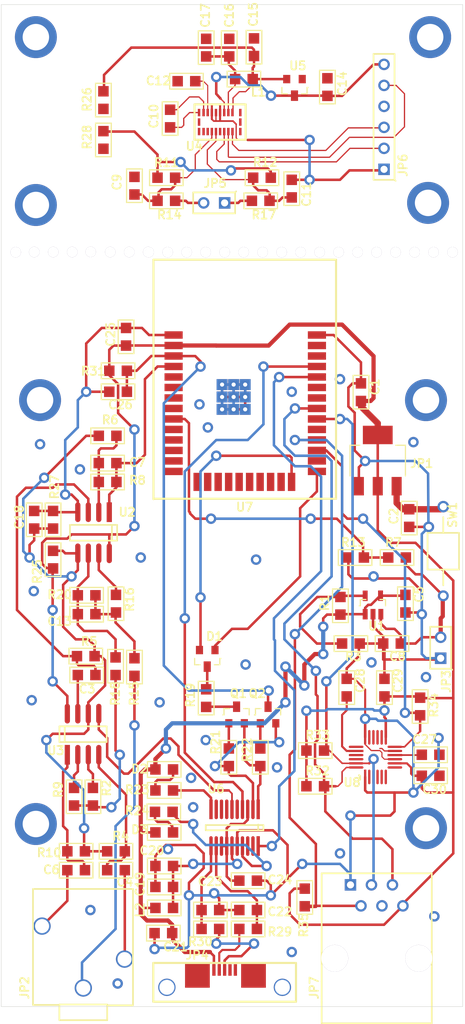
<source format=kicad_pcb>
(kicad_pcb (version 20210623) (generator pcbnew)
  (layers (0 "F.Cu" signal "Top Layer") (31 "B.Cu" signal "Bottom Layer") (34 "B.Paste" user "Bottom Paste") (35 "F.Paste" user "Top Paste") (36 "B.SilkS" user "Bottom Overlay") (37 "F.SilkS" user "Top Overlay") (38 "B.Mask" user "Bottom Solder") (39 "F.Mask" user "Top Solder") (44 "Edge.Cuts" user))
  (net 0 "")
  (net 1 "BATMON")
  (net 2 "D+")
  (net 3 "D-")
  (net 4 "ECG")
  (net 5 "GND")
  (net 6 "GND_EARTH")
  (net 7 "GND_SIGNAL")
  (net 8 "INT")
  (net 9 "INT2")
  (net 10 "INT2_SPO")
  (net 11 "IO12")
  (net 12 "MCLR")
  (net 13 "N01847")
  (net 14 "N1289717")
  (net 15 "N1289823")
  (net 16 "N1290025")
  (net 17 "N1290688")
  (net 18 "N1290698")
  (net 19 "N1290907")
  (net 20 "N1290950")
  (net 21 "N1290955")
  (net 22 "N1291047")
  (net 23 "N1291063")
  (net 24 "N1292725")
  (net 25 "N1294801")
  (net 26 "N1294818")
  (net 27 "N1297264")
  (net 28 "N1297273")
  (net 29 "N1297419")
  (net 30 "N1297425")
  (net 31 "N1297798")
  (net 32 "N1297804")
  (net 33 "N1307141")
  (net 34 "N1309280")
  (net 35 "N1309290")
  (net 36 "N1309919")
  (net 37 "N1309929")
  (net 38 "N1309945")
  (net 39 "N1309948")
  (net 40 "N1310417")
  (net 41 "N1310506")
  (net 42 "N1310527")
  (net 43 "N1310595")
  (net 44 "N1310605")
  (net 45 "N1310697")
  (net 46 "N1310700")
  (net 47 "N1310756")
  (net 48 "N1310759")
  (net 49 "N1310789")
  (net 50 "N12910752")
  (net 51 "N12977531")
  (net 52 "N12977571")
  (net 53 "N13099120")
  (net 54 "N13099121")
  (net 55 "NC1")
  (net 56 "P0")
  (net 57 "P2")
  (net 58 "P5")
  (net 59 "RX")
  (net 60 "SCL")
  (net 61 "SCL_SPO")
  (net 62 "SDA")
  (net 63 "SDA_SPO")
  (net 64 "TX")
  (net 65 "USBID")
  (net 66 "V33")
  (net 67 "V33_SPO")
  (net 68 "VBUS")
  (net 69 "V_BAT")
  (footprint "SM{slash}SOT23_123" (layer "F.Cu") (at 151.9301 131.3561)
    (fp_text reference "Q2")
    (fp_text value "NPN BCE" hide)
  )
  (footprint "VIA1" (layer "F.Cu") (at 137.4521 111.2901)
    (fp_text reference "~FV7" hide)
    (fp_text value "" hide)
  )
  (footprint "HOLE_NO_COPPER" (layer "F.Cu") (at 158.08579 74.33056)
    (fp_text reference "112" hide)
    (fp_text value "" hide)
  )
  (footprint "VIA1" (layer "F.Cu") (at 161.5821 147.1041)
    (fp_text reference "~FV18" hide)
    (fp_text value "" hide)
  )
  (footprint "SM{slash}C_0805" (layer "F.Cu") (at 136.6901 67.3481 90)
    (fp_text reference "C9")
    (fp_text value "47P" hide)
  )
  (footprint "SM{slash}R_0805" (layer "F.Cu") (at 139.1793 142.0749)
    (fp_text reference "R24")
    (fp_text value "1K" hide)
  )
  (footprint "VIA1" (layer "F.Cu") (at 144.5641 92.7481)
    (fp_text reference "~FV1" hide)
    (fp_text value "" hide)
  )
  (footprint "SM{slash}C_0805" (layer "F.Cu") (at 141.0081 59.2201 90)
    (fp_text reference "C10")
    (fp_text value "1U" hide)
  )
  (footprint "SM{slash}C_0805" (layer "F.Cu") (at 155.7401 67.7037 90)
    (fp_text reference "C11")
    (fp_text value "47P" hide)
  )
  (footprint "SM{slash}C_0805" (layer "F.Cu") (at 135.5217 149.1361 180)
    (fp_text reference "C4")
    (fp_text value "4.7U" hide)
  )
  (footprint "VIA1" (layer "F.Cu") (at 165.6461 113.5761)
    (fp_text reference "~FV10" hide)
    (fp_text value "" hide)
  )
  (footprint "HOLE_NO_COPPER" (layer "F.Cu") (at 125.82652 74.31151)
    (fp_text reference "97" hide)
    (fp_text value "" hide)
  )
  (footprint "HOLE_NO_COPPER" (layer "F.Cu") (at 141.986 74.33056)
    (fp_text reference "105" hide)
    (fp_text value "" hide)
  )
  (footprint "SM{slash}R_0805" (layer "F.Cu") (at 150.9141 68.1101)
    (fp_text reference "R17")
    (fp_text value "20K" hide)
  )
  (footprint "HOLE_NO_COPPER" (layer "F.Cu") (at 148.88591 74.33056)
    (fp_text reference "108" hide)
    (fp_text value "" hide)
  )
  (footprint "SOG.050{slash}8{slash}WG.244{slash}L.225" (layer "F.Cu") (at 128.5621 135.1661)
    (fp_text reference "U3")
    (fp_text value "INA826" hide)
  )
  (footprint "SM{slash}C_0805" (layer "F.Cu") (at 162.3949 128.1049 90)
    (fp_text reference "C28")
    (fp_text value "2.2N" hide)
  )
  (footprint "SM{slash}C_0805" (layer "F.Cu") (at 160.0581 55.4101 90)
    (fp_text reference "C14")
    (fp_text value "10U" hide)
  )
  (footprint "HOLE_3.2_5" (layer "F.Cu") (at 124.7521 68.6181)
    (fp_text reference "94" hide)
    (fp_text value "" hide)
  )
  (footprint "SM{slash}C_0805" (layer "F.Cu") (at 128.5621 149.1361)
    (fp_text reference "C6")
    (fp_text value "4.7U" hide)
  )
  (footprint "SM{slash}R_0805" (layer "F.Cu") (at 134.4549 115.8113 -90)
    (fp_text reference "R16")
    (fp_text value "100K" hide)
  )
  (footprint "SIP{slash}TM{slash}L.200{slash}2" (layer "F.Cu") (at 147.6121 68.3641 180)
    (fp_text reference "JP5")
    (fp_text value "BAT" hide)
  )
  (footprint "HOLE_NO_COPPER" (layer "F.Cu") (at 162.68573 74.33056)
    (fp_text reference "114" hide)
    (fp_text value "" hide)
  )
  (footprint "SM{slash}C_0805" (layer "F.Cu") (at 135.7757 91.2241 180)
    (fp_text reference "C26")
    (fp_text value "100N" hide)
  )
  (footprint "AX{slash}.425X.150{slash}.040" (layer "F.Cu") (at 174.0916 105.1306 -90)
    (fp_text reference "SW1")
    (fp_text value "SW PUSHBUTTON" hide)
  )
  (footprint "VIA1" (layer "F.Cu") (at 143.5481 137.9601)
    (fp_text reference "~FV21" hide)
    (fp_text value "" hide)
  )
  (footprint "VIA1" (layer "F.Cu") (at 173.0121 154.7241)
    (fp_text reference "~FV17" hide)
    (fp_text value "" hide)
  )
  (footprint "SM{slash}C_0805" (layer "F.Cu") (at 124.5489 107.7849 90)
    (fp_text reference "C18")
    (fp_text value "10N" hide)
  )
  (footprint "SM{slash}R_0805" (layer "F.Cu") (at 148.1201 134.4041 -90)
    (fp_text reference "R21")
    (fp_text value "2K2" hide)
  )
  (footprint "HOLE_NO_COPPER" (layer "F.Cu") (at 171.88561 74.33056)
    (fp_text reference "118" hide)
    (fp_text value "" hide)
  )
  (footprint "HOLE_3.2_5" (layer "F.Cu") (at 172.5041 48.2981)
    (fp_text reference "92" hide)
    (fp_text value "" hide)
  )
  (footprint "SM{slash}R_0805" (layer "F.Cu") (at 126.8349 105.6513 -90)
    (fp_text reference "R27")
    (fp_text value "R" hide)
  )
  (footprint "SM{slash}R_0805" (layer "F.Cu") (at 129.8321 115.8621)
    (fp_text reference "R20")
    (fp_text value "10K" hide)
  )
  (footprint "SM{slash}R_0805" (layer "F.Cu") (at 157.5181 138.9761)
    (fp_text reference "R32")
    (fp_text value "4K7" hide)
  )
  (footprint "SM{slash}R_0805" (layer "F.Cu") (at 145.3769 127.2413 -90)
    (fp_text reference "R19")
    (fp_text value "220" hide)
  )
  (footprint "SM{slash}C_0805" (layer "F.Cu") (at 171.4881 137.7061)
    (fp_text reference "C30")
    (fp_text value "100N" hide)
  )
  (footprint "SM{slash}SOT23_123" (layer "F.Cu") (at 146.4437 122.4915 180)
    (fp_text reference "D1")
    (fp_text value "BAT54C/SOT" hide)
  )
  (footprint "VIA1" (layer "F.Cu") (at 155.7401 91.2241)
    (fp_text reference "~FV5" hide)
    (fp_text value "" hide)
  )
  (footprint "MAX86150" (layer "F.Cu") (at 144.5641 59.7281 90)
    (fp_text reference "U4")
    (fp_text value "FT231X" hide)
  )
  (footprint "SM{slash}USB_MICRO3" (layer "F.Cu") (at 147.6121 160.5661 180)
    (fp_text reference "JP4")
    (fp_text value "USB" hide)
  )
  (footprint "HOLE_3.2_5" (layer "F.Cu") (at 172.2501 68.3641)
    (fp_text reference "91" hide)
    (fp_text value "" hide)
  )
  (footprint "SM{slash}C_0805" (layer "F.Cu") (at 149.3901 150.4061)
    (fp_text reference "C24")
    (fp_text value "100N" hide)
  )
  (footprint "SOG.025{slash}20{slash}WG.240{slash}L.340" (layer "F.Cu") (at 151.6761 141.7701 180)
    (fp_text reference "U6")
    (fp_text value "FT231X" hide)
  )
  (footprint "SM{slash}C_0805" (layer "F.Cu") (at 148.1709 50.6349 90)
    (fp_text reference "C16")
    (fp_text value "4.7U" hide)
  )
  (footprint "VIA1" (layer "F.Cu") (at 145.5801 95.5421)
    (fp_text reference "~FV26" hide)
    (fp_text value "" hide)
  )
  (footprint "SM{slash}R_0805" (layer "F.Cu") (at 139.2301 136.9441)
    (fp_text reference "D2")
    (fp_text value "LED" hide)
  )
  (footprint "SM{slash}C_0805" (layer "F.Cu") (at 169.5069 115.8113 -90)
    (fp_text reference "C5")
    (fp_text value "1U" hide)
  )
  (footprint "SM{slash}R_0805" (layer "F.Cu") (at 171.2849 128.2573 -90)
    (fp_text reference "R34")
    (fp_text value "1K" hide)
  )
  (footprint "HOLE_NO_COPPER" (layer "F.Cu") (at 174.18558 74.33056)
    (fp_text reference "119" hide)
    (fp_text value "" hide)
  )
  (footprint "QUAD.50M{slash}24{slash}WG4.00" (layer "F.Cu") (at 164.6301 137.4521)
    (fp_text reference "U8")
    (fp_text value "ACCEL" hide)
  )
  (footprint "SM{slash}R_0805" (layer "F.Cu") (at 126.8349 110.4773 -90)
    (fp_text reference "R25")
    (fp_text value "R" hide)
  )
  (footprint "SIP{slash}TM{slash}L.600{slash}6" (layer "F.Cu") (at 166.9161 64.3001 90)
    (fp_text reference "JP6")
    (fp_text value "HEADER 6" hide)
  )
  (footprint "VIA1" (layer "F.Cu") (at 140.7541 146.5961)
    (fp_text reference "~FV19" hide)
    (fp_text value "" hide)
  )
  (footprint "SM{slash}R_0805" (layer "F.Cu") (at 134.4041 125.5141 90)
    (fp_text reference "R18")
    (fp_text value "10K" hide)
  )
  (footprint "VIA1" (layer "F.Cu") (at 134.6581 162.8521)
    (fp_text reference "~FV24" hide)
    (fp_text value "" hide)
  )
  (footprint "HOLE_3.2_5" (layer "F.Cu") (at 171.9961 144.0561)
    (fp_text reference "96" hide)
    (fp_text value "" hide)
  )
  (footprint "SM{slash}R_0805" (layer "F.Cu") (at 157.5181 134.6581)
    (fp_text reference "R33")
    (fp_text value "4K7" hide)
  )
  (footprint "HOLE_NO_COPPER" (layer "F.Cu") (at 128.12649 74.31151)
    (fp_text reference "98" hide)
    (fp_text value "" hide)
  )
  (footprint "SOG.050{slash}8{slash}WG.244{slash}L.225" (layer "F.Cu") (at 133.6421 105.8037 180)
    (fp_text reference "U2")
    (fp_text value "TL082" hide)
  )
  (footprint "SM{slash}R_0805" (layer "F.Cu") (at 164.4777 111.2901 180)
    (fp_text reference "R13")
    (fp_text value "10K" hide)
  )
  (footprint "HOLE_3.2_5" (layer "F.Cu") (at 171.9961 92.2401)
    (fp_text reference "90" hide)
    (fp_text value "" hide)
  )
  (footprint "SM{slash}C_0805" (layer "F.Cu") (at 135.6741 85.6361 90)
    (fp_text reference "C25")
    (fp_text value "100N" hide)
  )
  (footprint "SM{slash}R_0805" (layer "F.Cu") (at 161.8361 121.7041)
    (fp_text reference "R3")
    (fp_text value "1K" hide)
  )
  (footprint "SM{slash}R_0805" (layer "F.Cu") (at 132.3721 102.1461)
    (fp_text reference "R8")
    (fp_text value "R" hide)
  )
  (footprint "VIA1" (layer "F.Cu") (at 153.9621 136.6901)
    (fp_text reference "~FV20" hide)
    (fp_text value "" hide)
  )
  (footprint "VIA1" (layer "F.Cu") (at 125.2601 97.5741)
    (fp_text reference "~FV2" hide)
    (fp_text value "" hide)
  )
  (footprint "HOLE_NO_COPPER" (layer "F.Cu") (at 139.68603 74.33056)
    (fp_text reference "104" hide)
    (fp_text value "" hide)
  )
  (footprint "SM{slash}R_0805" (layer "F.Cu") (at 136.6901 123.4821 -90)
    (fp_text reference "R15")
    (fp_text value "10K" hide)
  )
  (footprint "VIA1" (layer "F.Cu") (at 150.1521 124.2441)
    (fp_text reference "~FV12" hide)
    (fp_text value "" hide)
  )
  (footprint "VIA1" (layer "F.Cu") (at 131.3561 153.9621)
    (fp_text reference "~FV22" hide)
    (fp_text value "" hide)
  )
  (footprint "HOLE_NO_COPPER" (layer "F.Cu") (at 167.28567 74.33056)
    (fp_text reference "116" hide)
    (fp_text value "" hide)
  )
  (footprint "SM{slash}R_0805" (layer "F.Cu") (at 141.6177 68.1101 180)
    (fp_text reference "R14")
    (fp_text value "20K" hide)
  )
  (footprint "SM{slash}C_0805" (layer "F.Cu") (at 129.8321 118.1481)
    (fp_text reference "C13")
    (fp_text value "1N" hide)
  )
  (footprint "HOLE_NO_COPPER" (layer "F.Cu") (at 123.58624 74.33056)
    (fp_text reference "121" hide)
    (fp_text value "" hide)
  )
  (footprint "HOLE_3.2_5" (layer "F.Cu") (at 124.7521 48.2981)
    (fp_text reference "93" hide)
    (fp_text value "" hide)
  )
  (footprint "SM{slash}C_0805" (layer "F.Cu") (at 129.8321 125.5141)
    (fp_text reference "C3")
    (fp_text value "4.7U" hide)
  )
  (footprint "SM{slash}R_0805" (layer "F.Cu") (at 141.3637 153.7081 180)
    (fp_text reference "L2")
    (fp_text value "FERITE" hide)
  )
  (footprint "SM{slash}R_0805" (layer "F.Cu") (at 132.9309 61.8109 90)
    (fp_text reference "R28")
    (fp_text value "1K" hide)
  )
  (footprint "HOLE_NO_COPPER" (layer "F.Cu") (at 169.58564 74.33056)
    (fp_text reference "117" hide)
    (fp_text value "" hide)
  )
  (footprint "SM{slash}R_0805" (layer "F.Cu") (at 135.5217 146.8501 180)
    (fp_text reference "R4")
    (fp_text value "1M" hide)
  )
  (footprint "TELE{slash}TM.310FACE{slash}6X6" (layer "F.Cu") (at 162.8521 150.9141 180)
    (fp_text reference "JP7")
    (fp_text value "SPO CONN T6P6C-PCB-U TE" hide)
  )
  (footprint "SM{slash}R_0805" (layer "F.Cu") (at 132.3721 96.5581)
    (fp_text reference "R6")
    (fp_text value "R" hide)
  )
  (footprint "SM{slash}C_0805" (layer "F.Cu") (at 151.5237 153.9621 180)
    (fp_text reference "C22")
    (fp_text value "47P" hide)
  )
  (footprint "HOLE_NO_COPPER" (layer "F.Cu") (at 144.28597 74.33056)
    (fp_text reference "106" hide)
    (fp_text value "" hide)
  )
  (footprint "SM{slash}C_0805" (layer "F.Cu") (at 132.3721 99.8601)
    (fp_text reference "C7")
    (fp_text value "100P" hide)
  )
  (footprint "HOLE_NO_COPPER" (layer "F.Cu") (at 146.58594 74.33056)
    (fp_text reference "107" hide)
    (fp_text value "" hide)
  )
  (footprint "SM{slash}C_0805" (layer "F.Cu") (at 141.3637 148.6281 180)
    (fp_text reference "C20")
    (fp_text value "100N" hide)
  )
  (footprint "SM{slash}R_0805" (layer "F.Cu") (at 169.5577 111.2901 180)
    (fp_text reference "R7")
    (fp_text value "10K" hide)
  )
  (footprint "HOLE_NO_COPPER" (layer "F.Cu") (at 155.78582 74.33056)
    (fp_text reference "111" hide)
    (fp_text value "" hide)
  )
  (footprint "VIA1" (layer "F.Cu") (at 145.3261 133.3881)
    (fp_text reference "~FV15" hide)
    (fp_text value "" hide)
  )
  (footprint "SM{slash}R_0805" (layer "F.Cu") (at 151.9301 134.4041 -90)
    (fp_text reference "R22")
    (fp_text value "2K2" hide)
  )
  (footprint "SM{slash}R_0805" (layer "F.Cu") (at 157.3149 153.5049 90)
    (fp_text reference "R35")
    (fp_text value "R" hide)
  )
  (footprint "VIA1" (layer "F.Cu") (at 161.5821 89.7001)
    (fp_text reference "~FV4" hide)
    (fp_text value "" hide)
  )
  (footprint "VIA1" (layer "F.Cu") (at 124.2441 128.5621)
    (fp_text reference "~FV14" hide)
    (fp_text value "" hide)
  )
  (footprint "SM{slash}SOT23_123" (layer "F.Cu") (at 157.0101 53.3781 180)
    (fp_text reference "U5")
    (fp_text value "MCP1700-1802E/TT" hide)
  )
  (footprint "SM{slash}R_0805" (layer "F.Cu") (at 144.8181 156.2481)
    (fp_text reference "R30")
    (fp_text value "R" hide)
  )
  (footprint "SM{slash}R_0805" (layer "F.Cu") (at 132.9309 56.9849 90)
    (fp_text reference "R26")
    (fp_text value "1K" hide)
  )
  (footprint "SM{slash}R_0805" (layer "F.Cu") (at 161.6329 118.1989 90)
    (fp_text reference "R1")
    (fp_text value "1K" hide)
  )
  (footprint "SM{slash}R_0805" (layer "F.Cu") (at 139.2301 144.5641)
    (fp_text reference "D3")
    (fp_text value "LED" hide)
  )
  (footprint "SM{slash}C_0805" (layer "F.Cu") (at 141.2621 156.7561 180)
    (fp_text reference "C21")
    (fp_text value "10N" hide)
  )
  (footprint "SM{slash}R_0805" (layer "F.Cu") (at 151.0157 53.3781 180)
    (fp_text reference "L1")
    (fp_text value "FERITE" hide)
  )
  (footprint "HOLE_NO_COPPER" (layer "F.Cu") (at 132.66674 74.29246)
    (fp_text reference "100" hide)
    (fp_text value "" hide)
  )
  (footprint "HOLE_NO_COPPER" (layer "F.Cu") (at 160.38576 74.33056)
    (fp_text reference "113" hide)
    (fp_text value "" hide)
  )
  (footprint "SIP{slash}TM{slash}L.200{slash}2_REV1" (layer "F.Cu") (at 173.7741 123.4821 90)
    (fp_text reference "JP3")
    (fp_text value "BAT" hide)
  )
  (footprint "SM{slash}C_0805" (layer "F.Cu") (at 171.4881 135.1661)
    (fp_text reference "C27")
    (fp_text value "10N" hide)
  )
  (footprint "HOLE_NO_COPPER" (layer "F.Cu") (at 139.62634 74.31151)
    (fp_text reference "103" hide)
    (fp_text value "" hide)
  )
  (footprint "HOLE_NO_COPPER" (layer "F.Cu") (at 137.32637 74.31151)
    (fp_text reference "102" hide)
    (fp_text value "" hide)
  )
  (footprint "SM{slash}C_0805" (layer "F.Cu") (at 168.9481 121.7041 180)
    (fp_text reference "C8")
    (fp_text value "1U" hide)
  )
  (footprint "HOLE_NO_COPPER" (layer "F.Cu") (at 151.18588 74.33056)
    (fp_text reference "109" hide)
    (fp_text value "" hide)
  )
  (footprint "SM{slash}R_0805" (layer "F.Cu") (at 139.2301 139.4841)
    (fp_text reference "R23")
    (fp_text value "1K" hide)
  )
  (footprint "SM{slash}C_0805" (layer "F.Cu") (at 151.1681 50.5841 90)
    (fp_text reference "C15")
    (fp_text value "4.7U" hide)
  )
  (footprint "VIA1" (layer "F.Cu") (at 155.7401 159.0421)
    (fp_text reference "~FV23" hide)
    (fp_text value "" hide)
  )
  (footprint "VIA1" (layer "F.Cu") (at 165.3921 123.9901)
    (fp_text reference "~FV11" hide)
    (fp_text value "" hide)
  )
  (footprint "ESP32WROOM" (layer "F.Cu") (at 141.0081 102.1461)
    (fp_text reference "U7")
    (fp_text value "ESP32" hide)
  )
  (footprint "SM{slash}C_0805" (layer "F.Cu") (at 169.9641 105.4481 -90)
    (fp_text reference "C2")
    (fp_text value "1U" hide)
  )
  (footprint "HOLE_NO_COPPER" (layer "F.Cu") (at 135.0264 74.31151)
    (fp_text reference "101" hide)
    (fp_text value "" hide)
  )
  (footprint "SM{slash}SOT23_123" (layer "F.Cu") (at 148.1201 131.3561)
    (fp_text reference "Q1")
    (fp_text value "NPN BCE" hide)
  )
  (footprint "HOLE_3.2_5" (layer "F.Cu") (at 124.7521 143.5481)
    (fp_text reference "95" hide)
    (fp_text value "" hide)
  )
  (footprint "SM{slash}R_0805" (layer "F.Cu") (at 128.5621 146.8501)
    (fp_text reference "R10")
    (fp_text value "1M" hide)
  )
  (footprint "SM{slash}C_0805" (layer "F.Cu") (at 141.3637 151.1681 180)
    (fp_text reference "C19")
    (fp_text value "4.7U" hide)
  )
  (footprint "SM{slash}R_0805" (layer "F.Cu") (at 129.3749 139.1793 -90)
    (fp_text reference "R9")
    (fp_text value "R" hide)
  )
  (footprint "HOLE_3.2_5" (layer "F.Cu") (at 125.2601 92.2401)
    (fp_text reference "89" hide)
    (fp_text value "" hide)
  )
  (footprint "SM{slash}C_0805" (layer "F.Cu") (at 144.0561 53.6321 180)
    (fp_text reference "C12")
    (fp_text value "1U" hide)
  )
  (footprint "SM{slash}R_0805" (layer "F.Cu") (at 131.8641 123.2281 180)
    (fp_text reference "R5")
    (fp_text value "1M" hide)
  )
  (footprint "VIA1" (layer "F.Cu") (at 151.4221 111.5441)
    (fp_text reference "~FV6" hide)
    (fp_text value "" hide)
  )
  (footprint "VIA1" (layer "F.Cu") (at 124.4981 115.3541)
    (fp_text reference "~FV8" hide)
    (fp_text value "" hide)
  )
  (footprint "HOLE_NO_COPPER" (layer "F.Cu") (at 176.48555 74.33056)
    (fp_text reference "120" hide)
    (fp_text value "" hide)
  )
  (footprint "HOLE_NO_COPPER" (layer "F.Cu") (at 130.42646 74.31151)
    (fp_text reference "99" hide)
    (fp_text value "" hide)
  )
  (footprint "SM{slash}R_0805" (layer "F.Cu") (at 139.4841 65.3161)
    (fp_text reference "R11")
    (fp_text value "1M" hide)
  )
  (footprint "VIA1" (layer "F.Cu") (at 143.8021 141.5161)
    (fp_text reference "~FV25" hide)
    (fp_text value "" hide)
  )
  (footprint "SM{slash}C_0805" (layer "F.Cu") (at 166.9669 128.1049 90)
    (fp_text reference "C29")
    (fp_text value "100N" hide)
  )
  (footprint "VIA1" (layer "F.Cu") (at 139.7381 128.8161)
    (fp_text reference "~FV13" hide)
    (fp_text value "" hide)
  )
  (footprint "HOLE_NO_COPPER" (layer "F.Cu") (at 164.9857 74.33056)
    (fp_text reference "115" hide)
    (fp_text value "" hide)
  )
  (footprint "SM{slash}R_0805" (layer "F.Cu") (at 151.5237 156.2481 180)
    (fp_text reference "R29")
    (fp_text value "R" hide)
  )
  (footprint "VIA1" (layer "F.Cu") (at 171.9961 125.7681)
    (fp_text reference "~FV16" hide)
    (fp_text value "" hide)
  )
  (footprint "SM{slash}C_0805" (layer "F.Cu") (at 145.3769 50.6349 90)
    (fp_text reference "C17")
    (fp_text value "100N" hide)
  )
  (footprint "HOLE_NO_COPPER" (layer "F.Cu") (at 153.48585 74.33056)
    (fp_text reference "110" hide)
    (fp_text value "" hide)
  )
  (footprint "SM{slash}R_0805" (layer "F.Cu") (at 131.6609 139.1793 -90)
    (fp_text reference "R2")
    (fp_text value "R" hide)
  )
  (footprint "VIA1" (layer "F.Cu") (at 130.0861 100.6221)
    (fp_text reference "~FV9" hide)
    (fp_text value "" hide)
  )
  (footprint "AUX_IN_3_5MM_2" (layer "F.Cu") (at 136.491134 165.396334 90)
    (fp_text reference "JP2")
    (fp_text value "HEADER 3" hide)
  )
  (footprint "SM{slash}R_0805" (layer "F.Cu") (at 153.2001 65.3161 180)
    (fp_text reference "R12")
    (fp_text value "1M" hide)
  )
  (footprint "SM{slash}C_0805" (layer "F.Cu") (at 144.8181 153.9621)
    (fp_text reference "C23")
    (fp_text value "47P" hide)
  )
  (footprint "SM{slash}SOT23_5" (layer "F.Cu") (at 164.6301 118.1481)
    (fp_text reference "U1")
    (fp_text value "MCP73811" hide)
  )
  (footprint "VIA1" (layer "F.Cu") (at 170.4721 97.3201)
    (fp_text reference "~FV3" hide)
    (fp_text value "" hide)
  )
  (footprint "SM{slash}C_0805" (layer "F.Cu") (at 164.1221 92.3417 90)
    (fp_text reference "C1")
    (fp_text value "1U" hide)
  )
  (footprint "SM{slash}SOT223_1234" (layer "F.Cu") (at 163.8681 102.6541)
    (fp_text reference "JP1")
    (fp_text value "TC2117" hide)
  )
  (footprint "SM{slash}R_0805" (layer "F.Cu") (at 133.6421 88.6841)
    (fp_text reference "R31")
    (fp_text value "4K7" hide)
  )
  (gr_line (start 176.4411 44.3611) (end 120.5611 44.3611) (layer "Edge.Cuts") (width 0.05))
  (gr_line (start 120.5611 165.6461) (end 120.5611 165.6461) (layer "Edge.Cuts") (width 0.05))
  (gr_line (start 120.5611 165.6461) (end 176.4411 165.6461) (layer "Edge.Cuts") (width 0.05))
  (gr_line (start 120.5611 44.3611) (end 120.5611 165.6461) (layer "Edge.Cuts") (width 0.05))
  (gr_line (start 176.4411 165.6461) (end 176.4411 44.3611) (layer "Edge.Cuts") (width 0.05))
  (segment (start 143.2941 105.7021) (end 143.2941 95.0341) (width 0.3048) (layer "F.Cu") (net 1))
  (segment (start 164.3761 111.1885) (end 164.3761 109.7661) (width 0.3048) (layer "F.Cu") (net 1))
  (segment (start 143.4211 105.9561) (end 143.4211 105.8291) (width 0.3048) (layer "F.Cu") (net 1))
  (segment (start 161.2011 106.5911) (end 164.3761 109.7661) (width 0.3048) (layer "F.Cu") (net 1))
  (segment (start 143.2941 105.7021) (end 143.4211 105.8291) (width 0.3048) (layer "F.Cu") (net 1))
  (segment (start 164.3761 111.1885) (end 164.4777 111.2901) (width 0.3048) (layer "F.Cu") (net 1))
  (segment (start 143.4211 105.9561) (end 144.0561 106.5911) (width 0.3048) (layer "F.Cu") (net 1))
  (segment (start 164.4777 111.2901) (end 167.4241 111.2901) (width 0.3048) (layer "F.Cu") (net 1))
  (segment (start 144.0561 106.5911) (end 145.9611 106.5911) (width 0.3048) (layer "F.Cu") (net 1))
  (segment (start 141.43228 94.51594) (end 142.77594 94.51594) (width 0.3048) (layer "F.Cu") (net 1))
  (segment (start 142.77594 94.51594) (end 143.2941 95.0341) (width 0.3048) (layer "F.Cu") (net 1))
  (segment (start 158.0261 106.5911) (end 161.2011 106.5911) (width 0.3048) (layer "F.Cu") (net 1))
  (via (at 145.9611 106.5911) (size 1.27) (drill 0.7112) (layers "F.Cu" "B.Cu") (net 1))
  (via (at 158.0261 106.5911) (size 1.27) (drill 0.7112) (layers "F.Cu" "B.Cu") (net 1))
  (segment (start 145.9611 106.5911) (end 158.0261 106.5911) (width 0.3048) (layer "B.Cu") (net 1))
  (segment (start 148.1201 159.5501) (end 149.6441 159.5501) (width 0.3048) (layer "F.Cu") (net 2))
  (segment (start 149.6441 159.5501) (end 151.1681 158.0261) (width 0.3048) (layer "F.Cu") (net 2))
  (segment (start 146.9517 157.1625) (end 146.9517 156.2481) (width 0.3048) (layer "F.Cu") (net 2))
  (segment (start 147.6121 160.0581) (end 148.1201 159.5501) (width 0.3048) (layer "F.Cu") (net 2))
  (segment (start 146.5961 158.0261) (end 146.5961 157.5181) (width 0.3048) (layer "F.Cu") (net 2))
  (segment (start 146.5961 157.5181) (end 146.9517 157.1625) (width 0.3048) (layer "F.Cu") (net 2))
  (segment (start 147.6121 161.215494) (end 147.6121 160.0581) (width 0.3048) (layer "F.Cu") (net 2))
  (via (at 146.5961 158.0261) (size 1.27) (drill 0.7112) (layers "F.Cu" "B.Cu") (net 2))
  (via (at 151.1681 158.0261) (size 1.27) (drill 0.7112) (layers "F.Cu" "B.Cu") (net 2))
  (segment (start 146.5961 158.0261) (end 151.1681 158.0261) (width 0.3048) (layer "B.Cu") (net 2))
  (segment (start 147.329314 158.7881) (end 148.8821 158.7881) (width 0.254) (layer "F.Cu") (net 3))
  (segment (start 149.3901 158.2801) (end 149.3901 156.2481) (width 0.254) (layer "F.Cu") (net 3))
  (segment (start 146.962706 159.154708) (end 147.329314 158.7881) (width 0.254) (layer "F.Cu") (net 3))
  (segment (start 146.962706 161.215494) (end 146.962706 159.154708) (width 0.254) (layer "F.Cu") (net 3))
  (segment (start 148.8821 158.7881) (end 149.3901 158.2801) (width 0.254) (layer "F.Cu") (net 3))
  (segment (start 134.5057 102.8065) (end 134.5057 102.1461) (width 0.3048) (layer "F.Cu") (net 4))
  (segment (start 136.9441 99.8601) (end 137.9601 98.8441) (width 0.3048) (layer "F.Cu") (net 4))
  (segment (start 133.6421 105.8037) (end 133.6421 103.6701) (width 0.3048) (layer "F.Cu") (net 4))
  (segment (start 139.49426 88.16594) (end 141.43228 88.16594) (width 0.3048) (layer "F.Cu") (net 4))
  (segment (start 134.5057 102.1461) (end 134.5057 99.8601) (width 0.3048) (layer "F.Cu") (net 4))
  (segment (start 137.9601 98.8441) (end 137.9601 89.7001) (width 0.3048) (layer "F.Cu") (net 4))
  (segment (start 133.6421 103.6701) (end 134.5057 102.8065) (width 0.3048) (layer "F.Cu") (net 4))
  (segment (start 134.5057 99.8601) (end 136.9441 99.8601) (width 0.3048) (layer "F.Cu") (net 4))
  (segment (start 137.9601 89.7001) (end 139.49426 88.16594) (width 0.3048) (layer "F.Cu") (net 4))
  (segment (start 155.2321 150.1521) (end 157.0101 148.3741) (width 0.3048) (layer "F.Cu") (net 5))
  (segment (start 164.6301 130.814234) (end 164.6301 127.2921) (width 0.254) (layer "F.Cu") (net 5))
  (segment (start 166.962666 134.704668) (end 168.22674 134.704668) (width 0.1524) (layer "F.Cu") (net 5))
  (segment (start 166.904246 134.646248) (end 166.9288 134.6708) (width 0.127) (layer "F.Cu") (net 5))
  (segment (start 141.070099 133.196099) (end 142.0241 134.1501) (width 0.3048) (layer "F.Cu") (net 5))
  (segment (start 138.45794 84.35594) (end 141.43228 84.35594) (width 0.3048) (layer "F.Cu") (net 5))
  (segment (start 164.8841 139.7381) (end 168.1861 139.7381) (width 0.3048) (layer "F.Cu") (net 5))
  (segment (start 162.8521 142.5321) (end 167.6781 142.5321) (width 0.3048) (layer "F.Cu") (net 5))
  (segment (start 148.700914 93.354314) (end 150.099606 93.354314) (width 0.3048) (layer "F.Cu") (net 5))
  (segment (start 162.5981 113.3221) (end 162.5981 111.5441) (width 0.3048) (layer "F.Cu") (net 5))
  (segment (start 163.8681 123.2281) (end 163.8681 121.8057) (width 0.3048) (layer "F.Cu") (net 5))
  (segment (start 166.8145 123.6345) (end 166.8145 121.7041) (width 0.3048) (layer "F.Cu") (net 5))
  (segment (start 165.373101 134.6581) (end 166.4081 134.6581) (width 0.1524) (layer "F.Cu") (net 5))
  (segment (start 153.4541 144.3101) (end 155.2321 146.0881) (width 0.3048) (layer "F.Cu") (net 5))
  (segment (start 162.3441 111.2901) (end 162.5981 111.5441) (width 0.3048) (layer "F.Cu") (net 5))
  (segment (start 124.5489 105.6513) (end 126.8349 105.6513) (width 0.3048) (layer "F.Cu") (net 5))
  (segment (start 147.30222 93.354314) (end 147.30222 91.855714) (width 0.3048) (layer "F.Cu") (net 5))
  (segment (start 163.8681 100.3681) (end 164.6301 99.6061) (width 0.3048) (layer "F.Cu") (net 5))
  (segment (start 148.1201 139.4841) (end 148.5011 139.8651) (width 0.2032) (layer "F.Cu") (net 5))
  (segment (start 135.9281 137.4521) (end 140.184101 133.196099) (width 0.3048) (layer "F.Cu") (net 5))
  (segment (start 147.30222 93.354314) (end 148.700914 93.354314) (width 0.3048) (layer "F.Cu") (net 5))
  (segment (start 150.099606 91.855714) (end 150.099606 90.357114) (width 0.3048) (layer "F.Cu") (net 5))
  (segment (start 129.8321 105.8037) (end 129.8321 104.4321) (width 0.3048) (layer "F.Cu") (net 5))
  (segment (start 173.5201 135.0645) (end 173.5201 133.1341) (width 0.3048) (layer "F.Cu") (net 5))
  (segment (start 142.0241 135.1661) (end 142.0241 134.1501) (width 0.3048) (layer "F.Cu") (net 5))
  (segment (start 146.9517 153.9621) (end 146.9517 152.5397) (width 0.3048) (layer "F.Cu") (net 5))
  (segment (start 144.0561 146.0881) (end 145.0721 147.1041) (width 0.3048) (layer "F.Cu") (net 5))
  (segment (start 171.2849 117.9449) (end 171.4881 118.1481) (width 0.3048) (layer "F.Cu") (net 5))
  (segment (start 145.0721 148.8821) (end 145.0721 147.1041) (width 0.3048) (layer "F.Cu") (net 5))
  (segment (start 160.80994 84.35594) (end 164.1221 87.6681) (width 0.3048) (layer "F.Cu") (net 5))
  (segment (start 166.4081 134.4041) (end 166.6621 134.4041) (width 0.1524) (layer "F.Cu") (net 5))
  (segment (start 135.6741 83.5025) (end 137.6045 83.5025) (width 0.3048) (layer "F.Cu") (net 5))
  (segment (start 163.3601 98.3361) (end 163.3601 93.7641) (width 0.3048) (layer "F.Cu") (net 5))
  (segment (start 165.58006 119.60606) (end 165.58006 118.1481) (width 0.3048) (layer "F.Cu") (net 5))
  (segment (start 169.9641 107.5817) (end 172.29455 107.5817) (width 0.3048) (layer "F.Cu") (net 5))
  (segment (start 149.1361 146.2151) (end 149.1361 144.5641) (width 0.3048) (layer "F.Cu") (net 5))
  (segment (start 129.0701 103.6701) (end 129.8321 104.4321) (width 0.3048) (layer "F.Cu") (net 5))
  (segment (start 147.30222 90.357114) (end 148.700914 90.357114) (width 0.3048) (layer "F.Cu") (net 5))
  (segment (start 140.5001 146.0881) (end 144.0561 146.0881) (width 0.3048) (layer "F.Cu") (net 5))
  (segment (start 163.3093 125.9713) (end 164.6301 127.2921) (width 0.254) (layer "F.Cu") (net 5))
  (segment (start 164.6301 139.4841) (end 164.6301 137.851728) (width 0.3048) (layer "F.Cu") (net 5))
  (segment (start 162.5981 90.7161) (end 163.1061 90.2081) (width 0.3048) (layer "F.Cu") (net 5))
  (segment (start 155.2321 150.1521) (end 155.2321 146.0881) (width 0.3048) (layer "F.Cu") (net 5))
  (segment (start 171.4881 118.1481) (end 171.4881 115.3541) (width 0.3048) (layer "F.Cu") (net 5))
  (segment (start 164.1221 90.2081) (end 164.1221 87.6681) (width 0.3048) (layer "F.Cu") (net 5))
  (segment (start 140.184101 133.196099) (end 141.070099 133.196099) (width 0.3048) (layer "F.Cu") (net 5))
  (segment (start 166.8145 121.7041) (end 166.8145 120.8405) (width 0.3048) (layer "F.Cu") (net 5))
  (segment (start 166.9669 123.6345) (end 173.6217 123.6345) (width 0.3048) (layer "F.Cu") (net 5))
  (segment (start 137.6045 83.5025) (end 138.45794 84.35594) (width 0.3048) (layer "F.Cu") (net 5))
  (segment (start 133.3881 135.4201) (end 135.4201 137.4521) (width 0.3048) (layer "F.Cu") (net 5))
  (segment (start 146.3421 151.9301) (end 146.9517 152.5397) (width 0.3048) (layer "F.Cu") (net 5))
  (segment (start 167.6781 142.5321) (end 168.1861 142.0241) (width 0.3048) (layer "F.Cu") (net 5))
  (segment (start 164.6301 133.915099) (end 165.373101 134.6581) (width 0.1524) (layer "F.Cu") (net 5))
  (segment (start 143.2941 150.6601) (end 145.0721 148.8821) (width 0.3048) (layer "F.Cu") (net 5))
  (segment (start 152.6921 150.4061) (end 153.2001 150.9141) (width 0.3048) (layer "F.Cu") (net 5))
  (segment (start 150.099606 93.354314) (end 150.099606 91.855714) (width 0.3048) (layer "F.Cu") (net 5))
  (segment (start 142.0241 135.1661) (end 146.3421 139.4841) (width 0.3048) (layer "F.Cu") (net 5))
  (segment (start 173.5201 135.0645) (end 173.6217 135.1661) (width 0.3048) (layer "F.Cu") (net 5))
  (segment (start 143.2941 152.1841) (end 143.2941 150.6601) (width 0.3048) (layer "F.Cu") (net 5))
  (segment (start 130.8481 91.2241) (end 130.8481 85.3821) (width 0.3048) (layer "F.Cu") (net 5))
  (segment (start 130.8481 91.2241) (end 133.6421 91.2241) (width 0.3048) (layer "F.Cu") (net 5))
  (segment (start 169.9641 113.8301) (end 171.4881 115.3541) (width 0.3048) (layer "F.Cu") (net 5))
  (segment (start 153.2001 152.1841) (end 155.2321 150.1521) (width 0.3048) (layer "F.Cu") (net 5))
  (segment (start 126.9873 105.8037) (end 129.8321 105.8037) (width 0.3048) (layer "F.Cu") (net 5))
  (segment (start 139.1285 158.6865) (end 139.1285 156.7561) (width 0.3048) (layer "F.Cu") (net 5))
  (segment (start 132.3721 132.1181) (end 132.3721 130.1877) (width 0.3048) (layer "F.Cu") (net 5))
  (segment (start 165.58006 119.60606) (end 166.8145 120.8405) (width 0.3048) (layer "F.Cu") (net 5))
  (segment (start 166.9669 125.9713) (end 166.9669 123.6345) (width 0.3048) (layer "F.Cu") (net 5))
  (segment (start 148.700914 91.855714) (end 150.099606 91.855714) (width 0.3048) (layer "F.Cu") (net 5))
  (segment (start 164.6301 133.915099) (end 164.6301 133.056208) (width 0.1524) (layer "F.Cu") (net 5))
  (segment (start 139.2301 147.3581) (end 140.5001 146.0881) (width 0.3048) (layer "F.Cu") (net 5))
  (segment (start 164.6301 133.056208) (end 164.6301 130.814234) (width 0.3048) (layer "F.Cu") (net 5))
  (segment (start 139.2301 148.6281) (end 139.2301 147.3581) (width 0.3048) (layer "F.Cu") (net 5))
  (segment (start 163.3601 98.3361) (end 164.6301 99.6061) (width 0.3048) (layer "F.Cu") (net 5))
  (segment (start 135.4201 137.4521) (end 135.9281 137.4521) (width 0.3048) (layer "F.Cu") (net 5))
  (segment (start 151.5237 150.4061) (end 152.6921 150.4061) (width 0.3048) (layer "F.Cu") (net 5))
  (segment (start 128.3081 103.6701) (end 129.0701 103.6701) (width 0.3048) (layer "F.Cu") (net 5))
  (segment (start 166.9288 134.6708) (end 166.962666 134.704668) (width 0.1524) (layer "F.Cu") (net 5))
  (segment (start 148.5011 141.7701) (end 148.5011 139.8651) (width 0.2032) (layer "F.Cu") (net 5))
  (segment (start 163.9697 121.7041) (end 166.8145 121.7041) (width 0.3048) (layer "F.Cu") (net 5))
  (segment (start 162.5981 93.0021) (end 163.3601 93.7641) (width 0.3048) (layer "F.Cu") (net 5))
  (segment (start 166.4081 134.6581) (end 166.6621 134.9121) (width 0.127) (layer "F.Cu") (net 5))
  (segment (start 162.3949 125.9713) (end 163.3093 125.9713) (width 0.254) (layer "F.Cu") (net 5))
  (segment (start 146.9517 153.9621) (end 149.3901 153.9621) (width 0.3048) (layer "F.Cu") (net 5))
  (segment (start 132.3721 132.1181) (end 133.3881 133.1341) (width 0.3048) (layer "F.Cu") (net 5))
  (segment (start 133.3881 135.4201) (end 133.3881 133.1341) (width 0.3048) (layer "F.Cu") (net 5))
  (segment (start 169.5069 117.9449) (end 171.2849 117.9449) (width 0.3048) (layer "F.Cu") (net 5))
  (segment (start 162.3949 125.9713) (end 162.3949 124.7013) (width 0.3048) (layer "F.Cu") (net 5))
  (segment (start 163.1061 113.8301) (end 169.9641 113.8301) (width 0.3048) (layer "F.Cu") (net 5))
  (segment (start 163.1061 90.2081) (end 164.1221 90.2081) (width 0.3048) (layer "F.Cu") (net 5))
  (segment (start 168.1861 139.7381) (end 170.4721 139.7381) (width 0.3048) (layer "F.Cu") (net 5))
  (segment (start 162.5981 113.3221) (end 163.1061 113.8301) (width 0.3048) (layer "F.Cu") (net 5))
  (segment (start 148.700914 91.855714) (end 148.700914 90.357114) (width 0.3048) (layer "F.Cu") (net 5))
  (segment (start 166.8145 123.6345) (end 166.9669 123.6345) (width 0.3048) (layer "F.Cu") (net 5))
  (segment (start 148.700914 90.357114) (end 150.099606 90.357114) (width 0.3048) (layer "F.Cu") (net 5))
  (segment (start 166.6621 134.4041) (end 166.9288 134.6708) (width 0.1524) (layer "F.Cu") (net 5))
  (segment (start 149.3901 144.3101) (end 153.4541 144.3101) (width 0.3048) (layer "F.Cu") (net 5))
  (segment (start 166.959359 135.703734) (end 168.22674 135.703734) (width 0.127) (layer "F.Cu") (net 5))
  (segment (start 132.7277 83.5025) (end 135.6741 83.5025) (width 0.3048) (layer "F.Cu") (net 5))
  (segment (start 166.8145 121.7041) (end 166.9669 121.8565) (width 0.3048) (layer "F.Cu") (net 5))
  (segment (start 147.30222 91.855714) (end 148.700914 91.855714) (width 0.3048) (layer "F.Cu") (net 5))
  (segment (start 126.8349 105.6513) (end 126.9873 105.8037) (width 0.3048) (layer "F.Cu") (net 5))
  (segment (start 166.6621 135.406475) (end 166.959359 135.703734) (width 0.127) (layer "F.Cu") (net 5))
  (segment (start 130.8481 85.3821) (end 132.7277 83.5025) (width 0.3048) (layer "F.Cu") (net 5))
  (segment (start 166.6621 135.406475) (end 166.6621 134.9121) (width 0.127) (layer "F.Cu") (net 5))
  (segment (start 164.6301 139.4841) (end 164.8841 139.7381) (width 0.3048) (layer "F.Cu") (net 5))
  (segment (start 158.7881 84.35594) (end 160.80994 84.35594) (width 0.3048) (layer "F.Cu") (net 5))
  (segment (start 163.8681 102.6541) (end 163.8681 100.3681) (width 0.3048) (layer "F.Cu") (net 5))
  (segment (start 147.30222 91.855714) (end 147.30222 90.357114) (width 0.3048) (layer "F.Cu") (net 5))
  (segment (start 168.1861 142.0241) (end 168.1861 139.7381) (width 0.3048) (layer "F.Cu") (net 5))
  (segment (start 139.2301 151.1681) (end 139.2301 148.6281) (width 0.3048) (layer "F.Cu") (net 5))
  (segment (start 149.1361 144.5641) (end 149.3901 144.3101) (width 0.3048) (layer "F.Cu") (net 5))
  (segment (start 153.2001 152.1841) (end 153.2001 150.9141) (width 0.3048) (layer "F.Cu") (net 5))
  (segment (start 173.6217 123.6345) (end 173.7741 123.4821) (width 0.3048) (layer "F.Cu") (net 5))
  (segment (start 146.3421 139.4841) (end 148.1201 139.4841) (width 0.3048) (layer "F.Cu") (net 5))
  (segment (start 166.9669 123.6345) (end 166.9669 121.8565) (width 0.3048) (layer "F.Cu") (net 5))
  (segment (start 172.29455 107.5817) (end 172.3517 107.5817) (width 0.3048) (layer "F.Cu") (net 5))
  (segment (start 162.5981 93.0021) (end 162.5981 90.7161) (width 0.3048) (layer "F.Cu") (net 5))
  (segment (start 163.8681 121.8057) (end 163.9697 121.7041) (width 0.3048) (layer "F.Cu") (net 5))
  (segment (start 162.3949 124.7013) (end 163.8681 123.2281) (width 0.3048) (layer "F.Cu") (net 5))
  (via (at 171.4881 118.1481) (size 1.27) (drill 0.7112) (layers "F.Cu" "B.Cu") (net 5))
  (via (at 143.2941 152.1841) (size 1.27) (drill 0.7112) (layers "F.Cu" "B.Cu") (net 5))
  (via (at 172.3517 107.5817) (size 1.27) (drill 0.7112) (layers "F.Cu" "B.Cu") (net 5))
  (via (at 173.5201 133.1341) (size 1.27) (drill 0.7112) (layers "F.Cu" "B.Cu") (net 5))
  (via (at 130.8481 91.2241) (size 1.27) (drill 0.7112) (layers "F.Cu" "B.Cu") (net 5))
  (via (at 157.0101 148.3741) (size 1.27) (drill 0.7112) (layers "F.Cu" "B.Cu") (net 5))
  (via (at 153.2001 152.1841) (size 1.27) (drill 0.7112) (layers "F.Cu" "B.Cu") (net 5))
  (via (at 164.6301 99.6061) (size 1.27) (drill 0.7112) (layers "F.Cu" "B.Cu") (net 5))
  (via (at 128.3081 103.6701) (size 1.27) (drill 0.7112) (layers "F.Cu" "B.Cu") (net 5))
  (via (at 164.6301 130.814234) (size 1.27) (drill 0.7112) (layers "F.Cu" "B.Cu") (net 5))
  (via (at 162.8521 142.5321) (size 1.27) (drill 0.7112) (layers "F.Cu" "B.Cu") (net 5))
  (via (at 170.4721 139.7381) (size 1.27) (drill 0.7112) (layers "F.Cu" "B.Cu") (net 5))
  (via (at 139.1285 158.6865) (size 1.27) (drill 0.7112) (layers "F.Cu" "B.Cu") (net 5))
  (via (at 172.29455 107.5817) (size 1.27) (drill 0.7112) (layers "F.Cu" "B.Cu") (net 5))
  (via (at 146.3421 151.9301) (size 1.27) (drill 0.7112) (layers "F.Cu" "B.Cu") (net 5))
  (segment (start 165.961101 130.814234) (end 166.192967 131.0461) (width 0.3048) (layer "B.Cu") (net 5))
  (segment (start 139.1285 158.6865) (end 139.2809 158.5341) (width 0.3048) (layer "B.Cu") (net 5))
  (segment (start 147.30222 91.855714) (end 147.30222 90.357114) (width 0.3048) (layer "B.Cu") (net 5))
  (segment (start 129.8321 92.2401) (end 130.8481 91.2241) (width 0.3048) (layer "B.Cu") (net 5))
  (segment (start 172.2501 101.1301) (end 172.29455 107.5817) (width 0.3048) (layer "B.Cu") (net 5))
  (segment (start 147.30222 93.354314) (end 148.700914 93.354314) (width 0.3048) (layer "B.Cu") (net 5))
  (segment (start 171.4881 118.1481) (end 171.4881 108.4453) (width 0.3048) (layer "B.Cu") (net 5))
  (segment (start 173.5201 136.6901) (end 173.5201 133.1341) (width 0.3048) (layer "B.Cu") (net 5))
  (segment (start 143.0401 158.5341) (end 143.2941 158.2801) (width 0.3048) (layer "B.Cu") (net 5))
  (segment (start 168.511101 131.0461) (end 170.4721 133.0071) (width 0.3048) (layer "B.Cu") (net 5))
  (segment (start 146.5961 152.1841) (end 153.2001 152.1841) (width 0.3048) (layer "B.Cu") (net 5))
  (segment (start 129.8321 95.5421) (end 129.8321 92.2401) (width 0.3048) (layer "B.Cu") (net 5))
  (segment (start 157.0101 148.3741) (end 161.5821 148.3741) (width 0.3048) (layer "B.Cu") (net 5))
  (segment (start 171.4881 108.4453) (end 172.3517 107.5817) (width 0.3048) (layer "B.Cu") (net 5))
  (segment (start 171.4881 122.9741) (end 171.4881 118.1481) (width 0.3048) (layer "B.Cu") (net 5))
  (segment (start 146.3421 151.9301) (end 146.5961 152.1841) (width 0.3048) (layer "B.Cu") (net 5))
  (segment (start 161.5821 148.3741) (end 162.8521 149.6441) (width 0.3048) (layer "B.Cu") (net 5))
  (segment (start 128.3081 97.0661) (end 129.8321 95.5421) (width 0.3048) (layer "B.Cu") (net 5))
  (segment (start 170.7261 99.6061) (end 172.2501 101.1301) (width 0.3048) (layer "B.Cu") (net 5))
  (segment (start 164.6301 130.814234) (end 165.961101 130.814234) (width 0.3048) (layer "B.Cu") (net 5))
  (segment (start 148.700914 93.354314) (end 148.700914 91.855714) (width 0.3048) (layer "B.Cu") (net 5))
  (segment (start 139.2809 158.5341) (end 143.0401 158.5341) (width 0.3048) (layer "B.Cu") (net 5))
  (segment (start 147.30222 93.354314) (end 147.30222 91.855714) (width 0.3048) (layer "B.Cu") (net 5))
  (segment (start 164.6301 99.6061) (end 170.7261 99.6061) (width 0.3048) (layer "B.Cu") (net 5))
  (segment (start 147.30222 90.357114) (end 148.700914 90.357114) (width 0.3048) (layer "B.Cu") (net 5))
  (segment (start 143.2941 158.2801) (end 143.2941 152.1841) (width 0.3048) (layer "B.Cu") (net 5))
  (segment (start 162.8521 149.6441) (end 162.8521 142.5321) (width 0.3048) (layer "B.Cu") (net 5))
  (segment (start 162.8521 150.9141) (end 162.8521 149.6441) (width 0.3048) (layer "B.Cu") (net 5))
  (segment (start 170.4721 139.7381) (end 170.4721 133.0071) (width 0.3048) (layer "B.Cu") (net 5))
  (segment (start 148.700914 91.855714) (end 148.700914 90.357114) (width 0.3048) (layer "B.Cu") (net 5))
  (segment (start 171.9961 123.4821) (end 173.7741 123.4821) (width 0.3048) (layer "B.Cu") (net 5))
  (segment (start 128.3081 103.6701) (end 128.3081 97.0661) (width 0.3048) (layer "B.Cu") (net 5))
  (segment (start 166.192967 131.0461) (end 168.511101 131.0461) (width 0.3048) (layer "B.Cu") (net 5))
  (segment (start 143.2941 152.1841) (end 146.0881 152.1841) (width 0.3048) (layer "B.Cu") (net 5))
  (segment (start 150.099606 91.855714) (end 150.099606 90.357114) (width 0.3048) (layer "B.Cu") (net 5))
  (segment (start 171.4881 122.9741) (end 171.9961 123.4821) (width 0.3048) (layer "B.Cu") (net 5))
  (segment (start 148.700914 90.357114) (end 150.099606 90.357114) (width 0.3048) (layer "B.Cu") (net 5))
  (segment (start 146.0881 152.1841) (end 146.3421 151.9301) (width 0.3048) (layer "B.Cu") (net 5))
  (segment (start 170.4721 139.7381) (end 173.5201 136.6901) (width 0.3048) (layer "B.Cu") (net 5))
  (segment (start 146.558 58.4581) (end 146.562234 58.424234) (width 0.1524) (layer "F.Cu") (net 6))
  (segment (start 146.0627 58.2295) (end 146.2913 58.4581) (width 0.2032) (layer "F.Cu") (net 6))
  (segment (start 166.7891 64.4271) (end 166.9161 64.3001) (width 0.3048) (layer "F.Cu") (net 6))
  (segment (start 147.061766 58.415768) (end 147.061766 56.458274) (width 0.254) (layer "F.Cu") (net 6))
  (segment (start 157.8991 65.5701) (end 161.5821 65.5701) (width 0.3048) (layer "F.Cu") (net 6))
  (segment (start 149.0091 60.4901) (end 149.2631 60.7441) (width 0.127) (layer "F.Cu") (net 6))
  (segment (start 148.6281 58.4581) (end 149.0091 58.8391) (width 0.2032) (layer "F.Cu") (net 6))
  (segment (start 147.061766 58.415768) (end 147.075314 58.4581) (width 0.1524) (layer "F.Cu") (net 6))
  (segment (start 146.0627 58.2295) (end 146.0627 56.4461) (width 0.254) (layer "F.Cu") (net 6))
  (segment (start 150.4061 60.7441) (end 157.8991 60.7441) (width 0.3048) (layer "F.Cu") (net 6))
  (segment (start 146.558 58.4581) (end 147.075314 58.4581) (width 0.2032) (layer "F.Cu") (net 6))
  (segment (start 146.558 58.4581) (end 146.562234 58.424234) (width 0.1524) (layer "F.Cu") (net 6))
  (segment (start 147.075314 58.4581) (end 148.6281 58.4581) (width 0.2032) (layer "F.Cu") (net 6))
  (segment (start 149.2631 60.7441) (end 150.4061 60.7441) (width 0.1524) (layer "F.Cu") (net 6))
  (segment (start 146.2913 58.4581) (end 146.558 58.4581) (width 0.2032) (layer "F.Cu") (net 6))
  (segment (start 149.0091 60.496099) (end 149.0091 58.8391) (width 0.1524) (layer "F.Cu") (net 6))
  (segment (start 146.562234 58.424234) (end 146.562234 57.430248) (width 0.1524) (layer "F.Cu") (net 6))
  (segment (start 155.7401 65.5701) (end 157.8991 65.5701) (width 0.3048) (layer "F.Cu") (net 6))
  (segment (start 162.7251 64.4271) (end 166.7891 64.4271) (width 0.3048) (layer "F.Cu") (net 6))
  (segment (start 161.5821 65.5701) (end 162.7251 64.4271) (width 0.3048) (layer "F.Cu") (net 6))
  (via (at 157.8991 60.7441) (size 1.27) (drill 0.7112) (layers "F.Cu" "B.Cu") (net 6))
  (via (at 157.8991 65.5701) (size 1.27) (drill 0.7112) (layers "F.Cu" "B.Cu") (net 6))
  (segment (start 157.8991 65.5701) (end 157.8991 60.7441) (width 0.3048) (layer "B.Cu") (net 6))
  (segment (start 129.8321 112.8141) (end 129.8321 110.7821) (width 0.3048) (layer "F.Cu") (net 7))
  (segment (start 131.1021 132.1181) (end 131.1021 130.1877) (width 0.3048) (layer "F.Cu") (net 7))
  (segment (start 133.1341 126.7841) (end 133.1341 123.7361) (width 0.3048) (layer "F.Cu") (net 7))
  (segment (start 131.1021 128.8161) (end 133.1341 126.7841) (width 0.3048) (layer "F.Cu") (net 7))
  (segment (start 129.5781 121.1961) (end 131.1021 121.1961) (width 0.3048) (layer "F.Cu") (net 7))
  (segment (start 128.0541 114.5921) (end 129.0701 113.5761) (width 0.3048) (layer "F.Cu") (net 7))
  (segment (start 131.8641 123.2281) (end 131.8641 121.9581) (width 0.3048) (layer "F.Cu") (net 7))
  (segment (start 130.5941 146.7485) (end 130.6957 146.8501) (width 0.3048) (layer "F.Cu") (net 7))
  (segment (start 130.8481 96.5581) (end 132.3721 96.5581) (width 0.3048) (layer "F.Cu") (net 7))
  (segment (start 130.5941 146.7485) (end 130.5941 144.0561) (width 0.3048) (layer "F.Cu") (net 7))
  (segment (start 130.5941 132.6261) (end 131.1021 132.1181) (width 0.3048) (layer "F.Cu") (net 7))
  (segment (start 124.5489 109.2073) (end 124.5489 107.7849) (width 0.3048) (layer "F.Cu") (net 7))
  (segment (start 131.1021 121.1961) (end 131.8641 121.9581) (width 0.3048) (layer "F.Cu") (net 7))
  (segment (start 125.7681 101.6381) (end 130.8481 96.5581) (width 0.3048) (layer "F.Cu") (net 7))
  (segment (start 126.0221 133.3881) (end 126.7841 132.6261) (width 0.3048) (layer "F.Cu") (net 7))
  (segment (start 128.0541 119.6721) (end 129.5781 121.1961) (width 0.3048) (layer "F.Cu") (net 7))
  (segment (start 131.8641 123.2281) (end 132.6261 123.2281) (width 0.3048) (layer "F.Cu") (net 7))
  (segment (start 124.5489 107.7849) (end 125.61316 107.7849) (width 0.3048) (layer "F.Cu") (net 7))
  (segment (start 130.6957 146.8501) (end 133.3881 146.8501) (width 0.3048) (layer "F.Cu") (net 7))
  (segment (start 128.0033 110.4773) (end 128.3081 110.7821) (width 0.3048) (layer "F.Cu") (net 7))
  (segment (start 125.61316 107.7849) (end 126.8349 107.7849) (width 0.3048) (layer "F.Cu") (net 7))
  (segment (start 128.0541 119.6721) (end 128.0541 114.5921) (width 0.3048) (layer "F.Cu") (net 7))
  (segment (start 123.9901 109.7661) (end 124.5489 109.2073) (width 0.3048) (layer "F.Cu") (net 7))
  (segment (start 131.1021 130.1877) (end 131.1021 128.8161) (width 0.3048) (layer "F.Cu") (net 7))
  (segment (start 132.6261 123.2281) (end 133.1341 123.7361) (width 0.3048) (layer "F.Cu") (net 7))
  (segment (start 128.3081 110.7821) (end 129.8321 110.7821) (width 0.3048) (layer "F.Cu") (net 7))
  (segment (start 126.8349 110.4773) (end 128.0033 110.4773) (width 0.3048) (layer "F.Cu") (net 7))
  (segment (start 123.9901 111.2901) (end 123.9901 109.7661) (width 0.3048) (layer "F.Cu") (net 7))
  (segment (start 129.0701 113.5761) (end 129.8321 112.8141) (width 0.3048) (layer "F.Cu") (net 7))
  (segment (start 126.7841 132.6261) (end 130.5941 132.6261) (width 0.3048) (layer "F.Cu") (net 7))
  (via (at 123.9901 111.2901) (size 1.27) (drill 0.7112) (layers "F.Cu" "B.Cu") (net 7))
  (via (at 129.0701 113.5761) (size 1.27) (drill 0.7112) (layers "F.Cu" "B.Cu") (net 7))
  (via (at 130.5941 144.0561) (size 1.27) (drill 0.7112) (layers "F.Cu" "B.Cu") (net 7))
  (via (at 125.7681 101.6381) (size 1.27) (drill 0.7112) (layers "F.Cu" "B.Cu") (net 7))
  (via (at 126.0221 133.3881) (size 1.27) (drill 0.7112) (layers "F.Cu" "B.Cu") (net 7))
  (segment (start 126.0221 134.9121) (end 130.5941 139.4841) (width 0.3048) (layer "B.Cu") (net 7))
  (segment (start 126.0221 134.9121) (end 126.0221 133.3881) (width 0.3048) (layer "B.Cu") (net 7))
  (segment (start 123.2281 110.5281) (end 123.2281 104.1781) (width 0.3048) (layer "B.Cu") (net 7))
  (segment (start 123.2281 110.5281) (end 123.9901 111.2901) (width 0.3048) (layer "B.Cu") (net 7))
  (segment (start 123.2281 104.1781) (end 125.7681 101.6381) (width 0.3048) (layer "B.Cu") (net 7))
  (segment (start 130.5941 144.0561) (end 130.5941 139.4841) (width 0.3048) (layer "B.Cu") (net 7))
  (segment (start 126.2761 113.5761) (end 129.0701 113.5761) (width 0.3048) (layer "B.Cu") (net 7))
  (segment (start 123.9901 111.2901) (end 126.2761 113.5761) (width 0.3048) (layer "B.Cu") (net 7))
  (segment (start 161.8361 105.9561) (end 162.4711 106.5911) (width 0.3048) (layer "F.Cu") (net 8))
  (segment (start 159.92094 98.32594) (end 161.8361 100.2411) (width 0.3048) (layer "F.Cu") (net 8))
  (segment (start 162.4711 106.5911) (end 164.3761 106.5911) (width 0.3048) (layer "F.Cu") (net 8))
  (segment (start 161.8361 105.9561) (end 161.8361 100.2411) (width 0.3048) (layer "F.Cu") (net 8))
  (segment (start 170.9801 130.0861) (end 171.2849 130.3909) (width 0.3048) (layer "F.Cu") (net 8))
  (segment (start 169.4561 130.0861) (end 170.9801 130.0861) (width 0.3048) (layer "F.Cu") (net 8))
  (segment (start 171.2849 132.3213) (end 171.2849 130.3909) (width 0.3048) (layer "F.Cu") (net 8))
  (segment (start 169.401066 134.205134) (end 171.2849 132.3213) (width 0.2032) (layer "F.Cu") (net 8))
  (segment (start 168.22674 134.205134) (end 169.401066 134.205134) (width 0.2032) (layer "F.Cu") (net 8))
  (segment (start 158.7881 98.32594) (end 159.92094 98.32594) (width 0.3048) (layer "F.Cu") (net 8))
  (via (at 169.4561 130.0861) (size 1.27) (drill 0.7112) (layers "F.Cu" "B.Cu") (net 8))
  (via (at 164.3761 106.5911) (size 1.27) (drill 0.7112) (layers "F.Cu" "B.Cu") (net 8))
  (segment (start 164.3761 106.5911) (end 169.4561 111.6711) (width 0.3048) (layer "B.Cu") (net 8))
  (segment (start 169.4561 130.0861) (end 169.4561 111.6711) (width 0.3048) (layer "B.Cu") (net 8))
  (segment (start 155.4861 142.7861) (end 155.4861 135.1661) (width 0.3048) (layer "F.Cu") (net 9))
  (segment (start 158.6611 153.4541) (end 164.1221 153.4541) (width 0.3048) (layer "F.Cu") (net 9))
  (segment (start 155.4861 135.1661) (end 156.1211 134.5311) (width 0.3048) (layer "F.Cu") (net 9))
  (segment (start 158.6611 153.5811) (end 158.6611 153.4541) (width 0.3048) (layer "F.Cu") (net 9))
  (segment (start 158.77794 97.0661) (end 158.7881 97.05594) (width 0.3048) (layer "F.Cu") (net 9))
  (segment (start 158.6611 153.4541) (end 158.6611 145.9611) (width 0.3048) (layer "F.Cu") (net 9))
  (segment (start 156.1211 134.5311) (end 156.1211 120.5611) (width 0.3048) (layer "F.Cu") (net 9))
  (segment (start 157.3149 153.5049) (end 157.3911 153.5811) (width 0.3048) (layer "F.Cu") (net 9))
  (segment (start 155.4861 142.7861) (end 158.6611 145.9611) (width 0.3048) (layer "F.Cu") (net 9))
  (segment (start 157.3911 153.5811) (end 158.6611 153.5811) (width 0.3048) (layer "F.Cu") (net 9))
  (segment (start 157.3149 153.5049) (end 157.3657 153.4541) (width 0.3048) (layer "F.Cu") (net 9))
  (segment (start 157.3657 153.4541) (end 158.6611 153.4541) (width 0.3048) (layer "F.Cu") (net 9))
  (segment (start 156.1211 97.0661) (end 158.77794 97.0661) (width 0.3048) (layer "F.Cu") (net 9))
  (via (at 156.1211 97.0661) (size 1.27) (drill 0.7112) (layers "F.Cu" "B.Cu") (net 9))
  (via (at 156.1211 120.5611) (size 1.27) (drill 0.7112) (layers "F.Cu" "B.Cu") (net 9))
  (segment (start 156.1211 120.5611) (end 161.8361 114.8461) (width 0.3048) (layer "B.Cu") (net 9))
  (segment (start 159.9311 97.0661) (end 161.8361 98.9711) (width 0.3048) (layer "B.Cu") (net 9))
  (segment (start 161.8361 114.8461) (end 161.8361 98.9711) (width 0.3048) (layer "B.Cu") (net 9))
  (segment (start 156.1211 97.0661) (end 159.9311 97.0661) (width 0.3048) (layer "B.Cu") (net 9))
  (segment (start 146.6596 63.0936) (end 146.6596 62.1411) (width 0.1524) (layer "F.Cu") (net 10))
  (segment (start 161.152601 63.396099) (end 162.7886 61.7601) (width 0.1524) (layer "F.Cu") (net 10))
  (segment (start 147.5613 61.2394) (end 147.5613 59.7281) (width 0.1524) (layer "F.Cu") (net 10))
  (segment (start 162.7886 61.7601) (end 166.9161 61.7601) (width 0.1524) (layer "F.Cu") (net 10))
  (segment (start 146.6596 63.0936) (end 146.962099 63.396099) (width 0.1524) (layer "F.Cu") (net 10))
  (segment (start 146.962099 63.396099) (end 161.152601 63.396099) (width 0.1524) (layer "F.Cu") (net 10))
  (segment (start 146.6596 62.1411) (end 147.5613 61.2394) (width 0.1524) (layer "F.Cu") (net 10))
  (segment (start 144.0561 86.9061) (end 144.6911 87.5411) (width 0.3048) (layer "F.Cu") (net 12))
  (segment (start 152.8699 127.4699) (end 152.9461 127.3937) (width 0.3048) (layer "F.Cu") (net 12))
  (segment (start 135.7757 91.2241) (end 135.7757 88.6841) (width 0.3048) (layer "F.Cu") (net 12))
  (segment (start 141.43228 86.89594) (end 141.44244 86.9061) (width 0.3048) (layer "F.Cu") (net 12))
  (segment (start 144.6911 88.1761) (end 144.6911 87.5411) (width 0.3048) (layer "F.Cu") (net 12))
  (segment (start 138.73226 86.89594) (end 141.43228 86.89594) (width 0.3048) (layer "F.Cu") (net 12))
  (segment (start 152.8699 129.3495) (end 152.8699 127.4699) (width 0.3048) (layer "F.Cu") (net 12))
  (segment (start 135.7757 88.6841) (end 136.9441 88.6841) (width 0.3048) (layer "F.Cu") (net 12))
  (segment (start 141.44244 86.9061) (end 144.0561 86.9061) (width 0.3048) (layer "F.Cu") (net 12))
  (segment (start 136.9441 88.6841) (end 138.73226 86.89594) (width 0.3048) (layer "F.Cu") (net 12))
  (via (at 152.9461 127.3937) (size 1.27) (drill 0.7112) (layers "F.Cu" "B.Cu") (net 12))
  (via (at 144.6911 88.1761) (size 1.27) (drill 0.7112) (layers "F.Cu" "B.Cu") (net 12))
  (segment (start 143.2687 127.3937) (end 152.9461 127.3937) (width 0.3048) (layer "B.Cu") (net 12))
  (segment (start 140.2461 124.3711) (end 143.2687 127.3937) (width 0.3048) (layer "B.Cu") (net 12))
  (segment (start 140.2461 124.3711) (end 140.2461 92.6211) (width 0.3048) (layer "B.Cu") (net 12))
  (segment (start 140.2461 92.6211) (end 144.6911 88.1761) (width 0.3048) (layer "B.Cu") (net 12))
  (segment (start 158.7881 121.7041) (end 161.8361 121.7041) (width 0.3048) (layer "F.Cu") (net 13))
  (segment (start 158.8389 116.0653) (end 161.6329 116.0653) (width 0.3048) (layer "F.Cu") (net 13))
  (segment (start 156.7561 118.1481) (end 158.8389 116.0653) (width 0.3048) (layer "F.Cu") (net 13))
  (segment (start 161.7726 115.9256) (end 164.6301 115.9256) (width 0.3048) (layer "F.Cu") (net 13))
  (segment (start 156.7561 119.6721) (end 158.7881 121.7041) (width 0.3048) (layer "F.Cu") (net 13))
  (segment (start 156.7561 119.6721) (end 156.7561 118.1481) (width 0.3048) (layer "F.Cu") (net 13))
  (segment (start 161.6329 116.0653) (end 161.7726 115.9256) (width 0.3048) (layer "F.Cu") (net 13))
  (segment (start 129.3749 137.6553) (end 129.8321 137.1981) (width 0.3048) (layer "F.Cu") (net 14))
  (segment (start 129.8321 137.1981) (end 129.8321 135.1661) (width 0.3048) (layer "F.Cu") (net 14))
  (segment (start 129.3749 139.1793) (end 129.3749 137.6553) (width 0.3048) (layer "F.Cu") (net 14))
  (segment (start 133.3881 149.1361) (end 133.3881 148.3741) (width 0.3048) (layer "F.Cu") (net 15))
  (segment (start 134.9861 148.046099) (end 135.5217 147.5105) (width 0.3048) (layer "F.Cu") (net 15))
  (segment (start 135.5217 147.5105) (end 135.5217 146.8501) (width 0.3048) (layer "F.Cu") (net 15))
  (segment (start 132.3721 136.6901) (end 132.3721 135.1661) (width 0.3048) (layer "F.Cu") (net 15))
  (segment (start 135.6741 146.6977) (end 135.6741 139.9921) (width 0.3048) (layer "F.Cu") (net 15))
  (segment (start 133.3881 148.3741) (end 133.7161 148.046099) (width 0.3048) (layer "F.Cu") (net 15))
  (segment (start 132.3721 136.6901) (end 135.6741 139.9921) (width 0.3048) (layer "F.Cu") (net 15))
  (segment (start 133.7161 148.046099) (end 134.9861 148.046099) (width 0.3048) (layer "F.Cu") (net 15))
  (segment (start 135.5217 146.8501) (end 135.6741 146.6977) (width 0.3048) (layer "F.Cu") (net 15))
  (segment (start 128.0541 137.1981) (end 128.5621 136.6901) (width 0.3048) (layer "F.Cu") (net 16))
  (segment (start 130.5941 149.0345) (end 130.6957 149.1361) (width 0.3048) (layer "F.Cu") (net 16))
  (segment (start 128.0541 143.8021) (end 128.5621 144.3101) (width 0.3048) (layer "F.Cu") (net 16))
  (segment (start 128.0541 143.8021) (end 128.0541 137.1981) (width 0.3048) (layer "F.Cu") (net 16))
  (segment (start 128.5621 136.6901) (end 128.5621 135.1661) (width 0.3048) (layer "F.Cu") (net 16))
  (segment (start 128.5621 147.8661) (end 128.5621 146.8501) (width 0.3048) (layer "F.Cu") (net 16))
  (segment (start 128.7421 148.046099) (end 130.411101 148.046099) (width 0.3048) (layer "F.Cu") (net 16))
  (segment (start 128.5621 146.8501) (end 128.5621 144.3101) (width 0.3048) (layer "F.Cu") (net 16))
  (segment (start 130.5941 149.0345) (end 130.5941 148.229099) (width 0.3048) (layer "F.Cu") (net 16))
  (segment (start 130.411101 148.046099) (end 130.5941 148.229099) (width 0.3048) (layer "F.Cu") (net 16))
  (segment (start 128.5621 147.8661) (end 128.7421 148.046099) (width 0.3048) (layer "F.Cu") (net 16))
  (segment (start 135.492066 159.901468) (end 135.5217 159.871834) (width 0.3048) (layer "F.Cu") (net 17))
  (segment (start 135.5217 159.871834) (end 135.5217 149.1361) (width 0.3048) (layer "F.Cu") (net 17))
  (segment (start 125.5014 155.9052) (end 128.5621 152.8445) (width 0.3048) (layer "F.Cu") (net 18))
  (segment (start 128.5621 152.8445) (end 128.5621 149.1361) (width 0.3048) (layer "F.Cu") (net 18))
  (segment (start 134.1501 98.0821) (end 134.5057 97.7265) (width 0.3048) (layer "F.Cu") (net 19))
  (segment (start 132.3721 105.8037) (end 132.3721 102.1461) (width 0.3048) (layer "F.Cu") (net 19))
  (segment (start 132.3721 98.3361) (end 132.6261 98.0821) (width 0.3048) (layer "F.Cu") (net 19))
  (segment (start 132.3721 99.8601) (end 132.3721 98.3361) (width 0.3048) (layer "F.Cu") (net 19))
  (segment (start 132.3721 102.1461) (end 132.3721 99.8601) (width 0.3048) (layer "F.Cu") (net 19))
  (segment (start 132.6261 98.0821) (end 134.1501 98.0821) (width 0.3048) (layer "F.Cu") (net 19))
  (segment (start 134.5057 97.7265) (end 134.5057 96.5581) (width 0.3048) (layer "F.Cu") (net 19))
  (segment (start 129.370099 102.446099) (end 131.1021 104.1781) (width 0.3048) (layer "F.Cu") (net 20))
  (segment (start 123.544099 102.846101) (end 126.811098 102.846101) (width 0.3048) (layer "F.Cu") (net 20))
  (segment (start 129.7305 124.1425) (end 129.7305 123.2281) (width 0.3048) (layer "F.Cu") (net 20))
  (segment (start 131.762101 124.396101) (end 131.9657 124.5997) (width 0.3048) (layer "F.Cu") (net 20))
  (segment (start 122.4661 103.9241) (end 123.544099 102.846101) (width 0.3048) (layer "F.Cu") (net 20))
  (segment (start 129.7305 124.1425) (end 129.984101 124.396101) (width 0.3048) (layer "F.Cu") (net 20))
  (segment (start 131.1021 105.8037) (end 131.1021 104.1781) (width 0.3048) (layer "F.Cu") (net 20))
  (segment (start 128.0541 123.2281) (end 129.7305 123.2281) (width 0.3048) (layer "F.Cu") (net 20))
  (segment (start 126.811098 102.846101) (end 127.211099 102.446099) (width 0.3048) (layer "F.Cu") (net 20))
  (segment (start 131.9657 125.5141) (end 131.9657 124.5997) (width 0.3048) (layer "F.Cu") (net 20))
  (segment (start 122.4661 117.6401) (end 122.4661 103.9241) (width 0.3048) (layer "F.Cu") (net 20))
  (segment (start 129.984101 124.396101) (end 131.762101 124.396101) (width 0.3048) (layer "F.Cu") (net 20))
  (segment (start 127.211099 102.446099) (end 129.370099 102.446099) (width 0.3048) (layer "F.Cu") (net 20))
  (segment (start 122.4661 117.6401) (end 128.0541 123.2281) (width 0.3048) (layer "F.Cu") (net 20))
  (segment (start 129.8321 130.1877) (end 129.8321 125.5141) (width 0.3048) (layer "F.Cu") (net 21))
  (segment (start 131.9657 118.1481) (end 131.9657 115.8621) (width 0.3048) (layer "F.Cu") (net 22))
  (segment (start 134.4041 119.1641) (end 136.6901 121.4501) (width 0.3048) (layer "F.Cu") (net 22))
  (segment (start 136.6901 123.4821) (end 136.6901 121.4501) (width 0.3048) (layer "F.Cu") (net 22))
  (segment (start 131.9657 118.1481) (end 134.2517 118.1481) (width 0.3048) (layer "F.Cu") (net 22))
  (segment (start 134.2517 118.1481) (end 134.4041 117.9957) (width 0.3048) (layer "F.Cu") (net 22))
  (segment (start 134.4041 117.9957) (end 134.4549 117.9449) (width 0.3048) (layer "F.Cu") (net 22))
  (segment (start 134.4041 119.1641) (end 134.4041 117.9957) (width 0.3048) (layer "F.Cu") (net 22))
  (segment (start 129.8321 119.4181) (end 129.8321 118.1481) (width 0.3048) (layer "F.Cu") (net 23))
  (segment (start 129.8321 114.8461) (end 131.1021 113.5761) (width 0.3048) (layer "F.Cu") (net 23))
  (segment (start 131.1021 113.5761) (end 131.1021 110.7821) (width 0.3048) (layer "F.Cu") (net 23))
  (segment (start 133.3881 120.1801) (end 134.4041 121.1961) (width 0.3048) (layer "F.Cu") (net 23))
  (segment (start 134.4041 123.3805) (end 134.4041 121.1961) (width 0.3048) (layer "F.Cu") (net 23))
  (segment (start 130.5941 120.1801) (end 133.3881 120.1801) (width 0.3048) (layer "F.Cu") (net 23))
  (segment (start 129.8321 115.8621) (end 129.8321 114.8461) (width 0.3048) (layer "F.Cu") (net 23))
  (segment (start 129.8321 118.1481) (end 129.8321 115.8621) (width 0.3048) (layer "F.Cu") (net 23))
  (segment (start 129.8321 119.4181) (end 130.5941 120.1801) (width 0.3048) (layer "F.Cu") (net 23))
  (segment (start 173.7741 105.4481) (end 174.0916 105.1306) (width 0.762) (layer "F.Cu") (net 24))
  (segment (start 169.2021 105.4481) (end 169.9641 105.4481) (width 0.762) (layer "F.Cu") (net 24))
  (segment (start 169.9641 105.4481) (end 173.7741 105.4481) (width 0.762) (layer "F.Cu") (net 24))
  (segment (start 168.4401 104.6861) (end 168.4401 102.6541) (width 0.762) (layer "F.Cu") (net 24))
  (segment (start 168.4401 104.6861) (end 169.2021 105.4481) (width 0.762) (layer "F.Cu") (net 24))
  (segment (start 131.1021 136.9441) (end 131.1021 135.1661) (width 0.3048) (layer "F.Cu") (net 25))
  (segment (start 131.1021 136.9441) (end 131.6609 137.5029) (width 0.3048) (layer "F.Cu") (net 25))
  (segment (start 131.6609 139.1793) (end 131.6609 137.5029) (width 0.3048) (layer "F.Cu") (net 25))
  (segment (start 134.4041 134.6581) (end 134.9121 135.1661) (width 0.3048) (layer "F.Cu") (net 26))
  (segment (start 129.3749 141.3129) (end 131.6609 141.3129) (width 0.3048) (layer "F.Cu") (net 26))
  (segment (start 134.4041 134.6581) (end 134.4041 125.5141) (width 0.3048) (layer "F.Cu") (net 26))
  (segment (start 131.6609 141.3129) (end 131.8641 141.5161) (width 0.3048) (layer "F.Cu") (net 26))
  (segment (start 131.8641 141.5161) (end 133.8961 141.5161) (width 0.3048) (layer "F.Cu") (net 26))
  (via (at 133.8961 141.5161) (size 1.27) (drill 0.7112) (layers "F.Cu" "B.Cu") (net 26))
  (via (at 134.9121 135.1661) (size 1.27) (drill 0.7112) (layers "F.Cu" "B.Cu") (net 26))
  (segment (start 133.8961 141.5161) (end 134.9121 140.5001) (width 0.3048) (layer "B.Cu") (net 26))
  (segment (start 134.9121 140.5001) (end 134.9121 135.1661) (width 0.3048) (layer "B.Cu") (net 26))
  (segment (start 143.5481 148.6281) (end 143.8021 148.3741) (width 0.3048) (layer "F.Cu") (net 27))
  (segment (start 148.5011 147.7391) (end 149.1361 148.3741) (width 0.3048) (layer "F.Cu") (net 27))
  (segment (start 141.3637 153.7081) (end 141.3637 151.1681) (width 0.3048) (layer "F.Cu") (net 27))
  (segment (start 148.5011 147.7391) (end 148.5011 146.2151) (width 0.3048) (layer "F.Cu") (net 27))
  (segment (start 141.3637 148.6281) (end 143.5481 148.6281) (width 0.3048) (layer "F.Cu") (net 27))
  (segment (start 141.3637 151.1681) (end 141.3637 148.6281) (width 0.3048) (layer "F.Cu") (net 27))
  (via (at 143.8021 148.3741) (size 1.27) (drill 0.7112) (layers "F.Cu" "B.Cu") (net 27))
  (via (at 149.1361 148.3741) (size 1.27) (drill 0.7112) (layers "F.Cu" "B.Cu") (net 27))
  (segment (start 143.8021 148.3741) (end 149.1361 148.3741) (width 0.3048) (layer "B.Cu") (net 27))
  (segment (start 148.3741 143.5481) (end 149.8981 143.5481) (width 0.3048) (layer "F.Cu") (net 28))
  (segment (start 149.8981 143.5481) (end 150.4061 143.0401) (width 0.3048) (layer "F.Cu") (net 28))
  (segment (start 147.8661 144.5641) (end 147.8661 144.0561) (width 0.3048) (layer "F.Cu") (net 28))
  (segment (start 147.8661 149.8981) (end 147.8661 146.2151) (width 0.3048) (layer "F.Cu") (net 28))
  (segment (start 147.8661 149.8981) (end 148.3741 150.4061) (width 0.3048) (layer "F.Cu") (net 28))
  (segment (start 150.4061 143.0401) (end 150.4061 141.7701) (width 0.3048) (layer "F.Cu") (net 28))
  (segment (start 147.8661 144.0561) (end 148.3741 143.5481) (width 0.3048) (layer "F.Cu") (net 28))
  (segment (start 147.8661 146.2151) (end 147.8661 144.5641) (width 0.3048) (layer "F.Cu") (net 28))
  (segment (start 148.3741 150.4061) (end 149.3901 150.4061) (width 0.3048) (layer "F.Cu") (net 28))
  (segment (start 147.2311 146.2151) (end 147.8661 146.2151) (width 0.3048) (layer "F.Cu") (net 28))
  (segment (start 148.3741 151.6761) (end 150.4061 151.6761) (width 0.3048) (layer "F.Cu") (net 29))
  (segment (start 146.5961 149.8981) (end 146.5961 146.2151) (width 0.3048) (layer "F.Cu") (net 29))
  (segment (start 150.4061 151.6761) (end 151.5237 152.7937) (width 0.3048) (layer "F.Cu") (net 29))
  (segment (start 151.5237 156.2481) (end 151.5237 153.9621) (width 0.3048) (layer "F.Cu") (net 29))
  (segment (start 146.5961 149.8981) (end 148.3741 151.6761) (width 0.3048) (layer "F.Cu") (net 29))
  (segment (start 151.5237 153.9621) (end 151.5237 152.7937) (width 0.3048) (layer "F.Cu") (net 29))
  (segment (start 144.8181 153.9621) (end 144.8181 150.4061) (width 0.3048) (layer "F.Cu") (net 30))
  (segment (start 145.9611 149.2631) (end 145.9611 146.2151) (width 0.3048) (layer "F.Cu") (net 30))
  (segment (start 144.8181 150.4061) (end 145.9611 149.2631) (width 0.3048) (layer "F.Cu") (net 30))
  (segment (start 144.8181 156.2481) (end 144.8181 153.9621) (width 0.3048) (layer "F.Cu") (net 30))
  (segment (start 143.5481 143.2941) (end 143.8021 143.5481) (width 0.3048) (layer "F.Cu") (net 31))
  (segment (start 141.3129 142.3289) (end 142.2781 143.2941) (width 0.3048) (layer "F.Cu") (net 31))
  (segment (start 149.7711 147.4851) (end 149.7711 146.2151) (width 0.3048) (layer "F.Cu") (net 31))
  (segment (start 141.3129 142.3289) (end 141.3129 142.0749) (width 0.3048) (layer "F.Cu") (net 31))
  (segment (start 149.7711 147.4851) (end 150.9141 148.6281) (width 0.3048) (layer "F.Cu") (net 31))
  (segment (start 150.9141 148.6281) (end 152.6921 148.6281) (width 0.3048) (layer "F.Cu") (net 31))
  (segment (start 142.2781 143.2941) (end 143.5481 143.2941) (width 0.3048) (layer "F.Cu") (net 31))
  (via (at 152.6921 148.6281) (size 1.27) (drill 0.7112) (layers "F.Cu" "B.Cu") (net 31))
  (via (at 143.8021 143.5481) (size 1.27) (drill 0.7112) (layers "F.Cu" "B.Cu") (net 31))
  (segment (start 145.3261 146.0881) (end 150.1521 146.0881) (width 0.3048) (layer "B.Cu") (net 31))
  (segment (start 143.8021 144.5641) (end 143.8021 143.5481) (width 0.3048) (layer "B.Cu") (net 31))
  (segment (start 150.1521 146.0881) (end 152.6921 148.6281) (width 0.3048) (layer "B.Cu") (net 31))
  (segment (start 143.8021 144.5641) (end 145.3261 146.0881) (width 0.3048) (layer "B.Cu") (net 31))
  (segment (start 145.0721 139.4841) (end 145.9611 140.3731) (width 0.3048) (layer "F.Cu") (net 32))
  (segment (start 141.3637 139.4841) (end 145.0721 139.4841) (width 0.3048) (layer "F.Cu") (net 32))
  (segment (start 145.9611 141.7701) (end 145.9611 140.3731) (width 0.3048) (layer "F.Cu") (net 32))
  (segment (start 136.6901 126.0221) (end 136.6901 125.6157) (width 0.3048) (layer "F.Cu") (net 33))
  (segment (start 136.6901 131.6101) (end 136.6901 126.0221) (width 0.3048) (layer "F.Cu") (net 33))
  (via (at 136.6901 131.6101) (size 1.27) (drill 0.7112) (layers "F.Cu" "B.Cu") (net 33))
  (segment (start 130.3401 160.3121) (end 134.4041 156.2481) (width 0.3048) (layer "B.Cu") (net 33))
  (segment (start 134.4041 143.8021) (end 136.6901 141.5161) (width 0.3048) (layer "B.Cu") (net 33))
  (segment (start 136.6901 141.5161) (end 136.6901 131.6101) (width 0.3048) (layer "B.Cu") (net 33))
  (segment (start 130.3401 163.241568) (end 130.496734 163.3982) (width 0.3048) (layer "B.Cu") (net 33))
  (segment (start 134.4041 156.2481) (end 134.4041 143.8021) (width 0.3048) (layer "B.Cu") (net 33))
  (segment (start 130.3401 163.241568) (end 130.3401 160.3121) (width 0.3048) (layer "B.Cu") (net 33))
  (segment (start 171.45 135.2042) (end 171.4881 135.1661) (width 0.2032) (layer "F.Cu") (net 34))
  (segment (start 168.22674 135.2042) (end 171.45 135.2042) (width 0.2032) (layer "F.Cu") (net 34))
  (segment (start 162.3949 129.7813) (end 162.3949 128.1049) (width 0.254) (layer "F.Cu") (net 35))
  (segment (start 162.390666 134.704668) (end 163.531126 134.704668) (width 0.254) (layer "F.Cu") (net 35))
  (segment (start 161.8361 130.3401) (end 162.3949 129.7813) (width 0.254) (layer "F.Cu") (net 35))
  (segment (start 161.8361 134.1501) (end 162.390666 134.704668) (width 0.254) (layer "F.Cu") (net 35))
  (segment (start 161.8361 134.1501) (end 161.8361 130.3401) (width 0.254) (layer "F.Cu") (net 35))
  (segment (start 150.6601 136.4361) (end 151.8285 136.4361) (width 0.3048) (layer "F.Cu") (net 36))
  (segment (start 149.9997 135.7757) (end 149.9997 131.3561) (width 0.3048) (layer "F.Cu") (net 36))
  (segment (start 151.8285 136.4361) (end 151.9301 136.5377) (width 0.3048) (layer "F.Cu") (net 36))
  (segment (start 151.6761 141.7701) (end 151.6761 138.9761) (width 0.3048) (layer "F.Cu") (net 36))
  (segment (start 151.6761 138.9761) (end 151.9301 138.7221) (width 0.3048) (layer "F.Cu") (net 36))
  (segment (start 151.9301 138.7221) (end 151.9301 136.5377) (width 0.3048) (layer "F.Cu") (net 36))
  (segment (start 149.9997 135.7757) (end 150.6601 136.4361) (width 0.3048) (layer "F.Cu") (net 36))
  (segment (start 146.4437 136.5377) (end 148.1201 136.5377) (width 0.3048) (layer "F.Cu") (net 37))
  (segment (start 148.3741 137.7061) (end 150.1521 137.7061) (width 0.3048) (layer "F.Cu") (net 37))
  (segment (start 153.8097 133.2357) (end 153.8097 131.3561) (width 0.3048) (layer "F.Cu") (net 37))
  (segment (start 148.1201 137.4521) (end 148.3741 137.7061) (width 0.3048) (layer "F.Cu") (net 37))
  (segment (start 150.1521 137.7061) (end 151.0411 138.5951) (width 0.3048) (layer "F.Cu") (net 37))
  (segment (start 148.1201 137.4521) (end 148.1201 136.5377) (width 0.3048) (layer "F.Cu") (net 37))
  (segment (start 151.0411 141.7701) (end 151.0411 138.5951) (width 0.3048) (layer "F.Cu") (net 37))
  (segment (start 153.8097 133.2357) (end 154.2161 133.6421) (width 0.3048) (layer "F.Cu") (net 37))
  (via (at 154.2161 133.6421) (size 1.27) (drill 0.7112) (layers "F.Cu" "B.Cu") (net 37))
  (via (at 146.4437 136.5377) (size 1.27) (drill 0.7112) (layers "F.Cu" "B.Cu") (net 37))
  (segment (start 149.3393 133.6421) (end 154.2161 133.6421) (width 0.3048) (layer "B.Cu") (net 37))
  (segment (start 146.4437 136.5377) (end 149.3393 133.6421) (width 0.3048) (layer "B.Cu") (net 37))
  (segment (start 151.9301 134.4041) (end 151.9301 131.3561) (width 0.3048) (layer "F.Cu") (net 38))
  (segment (start 148.1201 134.4041) (end 148.1201 131.3561) (width 0.3048) (layer "F.Cu") (net 39))
  (segment (start 145.038234 53.6321) (end 145.563166 54.157034) (width 0.127) (layer "F.Cu") (net 40))
  (segment (start 144.0561 53.6321) (end 145.038234 53.6321) (width 0.1524) (layer "F.Cu") (net 40))
  (segment (start 145.563166 57.430248) (end 145.563166 54.157034) (width 0.127) (layer "F.Cu") (net 40))
  (segment (start 148.1201 51.6001) (end 148.8821 52.3621) (width 0.3048) (layer "F.Cu") (net 41))
  (segment (start 148.060834 54.961368) (end 148.8821 54.1401) (width 0.1524) (layer "F.Cu") (net 41))
  (segment (start 145.3769 50.6349) (end 148.1709 50.6349) (width 0.3048) (layer "F.Cu") (net 41))
  (segment (start 148.060834 57.430248) (end 148.060834 54.961368) (width 0.1524) (layer "F.Cu") (net 41))
  (segment (start 148.8821 53.3781) (end 148.8821 52.3621) (width 0.3048) (layer "F.Cu") (net 41))
  (segment (start 148.8821 54.1401) (end 148.8821 53.3781) (width 0.1524) (layer "F.Cu") (net 41))
  (segment (start 148.1201 51.6001) (end 148.1201 50.6857) (width 0.3048) (layer "F.Cu") (net 41))
  (segment (start 148.1201 50.6857) (end 148.1709 50.6349) (width 0.3048) (layer "F.Cu") (net 41))
  (segment (start 148.560366 57.001834) (end 148.6281 56.9341) (width 0.1524) (layer "F.Cu") (net 42))
  (segment (start 148.560366 57.430248) (end 148.560366 57.001834) (width 0.1524) (layer "F.Cu") (net 42))
  (segment (start 133.0071 54.7751) (end 133.0071 52.8701) (width 0.3048) (layer "F.Cu") (net 42))
  (segment (start 136.3091 49.5681) (end 150.9141 49.5681) (width 0.3048) (layer "F.Cu") (net 42))
  (segment (start 150.1521 54.9021) (end 151.0157 54.0385) (width 0.1524) (layer "F.Cu") (net 42))
  (segment (start 148.6281 56.9341) (end 148.6281 55.6641) (width 0.1524) (layer "F.Cu") (net 42))
  (segment (start 151.1681 50.5841) (end 151.1681 49.8221) (width 0.3048) (layer "F.Cu") (net 42))
  (segment (start 151.0157 53.3781) (end 151.0157 52.0065) (width 0.3048) (layer "F.Cu") (net 42))
  (segment (start 132.9309 54.8513) (end 133.0071 54.7751) (width 0.3048) (layer "F.Cu") (net 42))
  (segment (start 151.0157 54.0385) (end 151.0157 53.3781) (width 0.1524) (layer "F.Cu") (net 42))
  (segment (start 148.8821 55.4101) (end 149.3901 54.9021) (width 0.1524) (layer "F.Cu") (net 42))
  (segment (start 151.0157 53.3781) (end 155.1305 53.3781) (width 0.3048) (layer "F.Cu") (net 42))
  (segment (start 151.0157 52.0065) (end 151.1681 51.8541) (width 0.3048) (layer "F.Cu") (net 42))
  (segment (start 149.3901 54.9021) (end 150.1521 54.9021) (width 0.1524) (layer "F.Cu") (net 42))
  (segment (start 151.1681 51.8541) (end 151.1681 50.5841) (width 0.3048) (layer "F.Cu") (net 42))
  (segment (start 133.0071 52.8701) (end 136.3091 49.5681) (width 0.3048) (layer "F.Cu") (net 42))
  (segment (start 148.6281 55.6641) (end 148.8821 55.4101) (width 0.1524) (layer "F.Cu") (net 42))
  (segment (start 150.9141 49.5681) (end 151.1681 49.8221) (width 0.3048) (layer "F.Cu") (net 42))
  (segment (start 142.6591 58.9661) (end 142.6591 58.1406) (width 0.1524) (layer "F.Cu") (net 43))
  (segment (start 142.4051 59.2201) (end 142.6591 58.9661) (width 0.1524) (layer "F.Cu") (net 43))
  (segment (start 143.369454 57.430248) (end 144.514146 57.430248) (width 0.1524) (layer "F.Cu") (net 43))
  (segment (start 141.0081 59.2201) (end 142.4051 59.2201) (width 0.1524) (layer "F.Cu") (net 43))
  (segment (start 142.6591 58.1406) (end 143.369454 57.430248) (width 0.1524) (layer "F.Cu") (net 43))
  (segment (start 144.5006 55.5371) (end 145.063634 56.100134) (width 0.1524) (layer "F.Cu") (net 44))
  (segment (start 141.8082 57.0865) (end 143.3576 55.5371) (width 0.1524) (layer "F.Cu") (net 44))
  (segment (start 145.063634 57.430248) (end 145.063634 56.100134) (width 0.1524) (layer "F.Cu") (net 44))
  (segment (start 143.3576 55.5371) (end 144.5006 55.5371) (width 0.1524) (layer "F.Cu") (net 44))
  (segment (start 141.0081 57.0865) (end 141.8082 57.0865) (width 0.1524) (layer "F.Cu") (net 44))
  (segment (start 149.5171 68.1101) (end 150.9141 68.1101) (width 0.3048) (layer "F.Cu") (net 45))
  (segment (start 147.6121 68.3641) (end 149.2631 68.3641) (width 0.3048) (layer "F.Cu") (net 45))
  (segment (start 149.2631 68.3641) (end 149.5171 68.1101) (width 0.3048) (layer "F.Cu") (net 45))
  (segment (start 142.9131 68.1101) (end 143.1671 68.3641) (width 0.3048) (layer "F.Cu") (net 46))
  (segment (start 141.6177 68.1101) (end 142.9131 68.1101) (width 0.3048) (layer "F.Cu") (net 46))
  (segment (start 143.1671 68.3641) (end 145.0721 68.3641) (width 0.3048) (layer "F.Cu") (net 46))
  (segment (start 139.4841 68.1101) (end 139.6111 67.9831) (width 0.3048) (layer "F.Cu") (net 47))
  (segment (start 139.6111 67.9831) (end 139.6111 67.0941) (width 0.3048) (layer "F.Cu") (net 47))
  (segment (start 137.5791 67.3481) (end 138.3411 68.1101) (width 0.3048) (layer "F.Cu") (net 47))
  (segment (start 141.6177 66.2305) (end 141.6177 65.3161) (width 0.3048) (layer "F.Cu") (net 47))
  (segment (start 139.9921 66.7131) (end 141.1351 66.7131) (width 0.3048) (layer "F.Cu") (net 47))
  (segment (start 146.0627 60.5155) (end 146.0627 59.7281) (width 0.1524) (layer "F.Cu") (net 47))
  (segment (start 136.6901 67.3481) (end 137.5791 67.3481) (width 0.3048) (layer "F.Cu") (net 47))
  (segment (start 144.0561 62.5221) (end 146.0627 60.5155) (width 0.1524) (layer "F.Cu") (net 47))
  (segment (start 141.1351 66.7131) (end 141.6177 66.2305) (width 0.3048) (layer "F.Cu") (net 47))
  (segment (start 144.0561 64.3001) (end 144.0561 62.5221) (width 0.1524) (layer "F.Cu") (net 47))
  (segment (start 139.6111 67.0941) (end 139.9921 66.7131) (width 0.3048) (layer "F.Cu") (net 47))
  (segment (start 141.6177 65.3161) (end 143.0401 65.3161) (width 0.1524) (layer "F.Cu") (net 47))
  (segment (start 143.0401 65.3161) (end 144.0561 64.3001) (width 0.1524) (layer "F.Cu") (net 47))
  (segment (start 138.3411 68.1101) (end 139.4841 68.1101) (width 0.3048) (layer "F.Cu") (net 47))
  (segment (start 150.8365 65.546099) (end 151.0665 65.3161) (width 0.1524) (layer "F.Cu") (net 48))
  (segment (start 145.5166 63.6651) (end 147.3976 65.546099) (width 0.1524) (layer "F.Cu") (net 48))
  (segment (start 154.6225 67.7037) (end 155.7401 67.7037) (width 0.3048) (layer "F.Cu") (net 48))
  (segment (start 145.5166 61.9506) (end 146.562234 60.904968) (width 0.1524) (layer "F.Cu") (net 48))
  (segment (start 147.3976 65.546099) (end 150.8365 65.546099) (width 0.1524) (layer "F.Cu") (net 48))
  (segment (start 152.6921 66.8401) (end 153.0731 67.2211) (width 0.3048) (layer "F.Cu") (net 48))
  (segment (start 154.2161 68.1101) (end 154.6225 67.7037) (width 0.3048) (layer "F.Cu") (net 48))
  (segment (start 153.0731 68.0847) (end 153.0731 67.2211) (width 0.3048) (layer "F.Cu") (net 48))
  (segment (start 145.5166 63.6651) (end 145.5166 61.9506) (width 0.1524) (layer "F.Cu") (net 48))
  (segment (start 146.562234 60.904968) (end 146.562234 59.7281) (width 0.1524) (layer "F.Cu") (net 48))
  (segment (start 151.0665 66.2305) (end 151.6761 66.8401) (width 0.3048) (layer "F.Cu") (net 48))
  (segment (start 151.0665 66.2305) (end 151.0665 65.3161) (width 0.3048) (layer "F.Cu") (net 48))
  (segment (start 151.6761 66.8401) (end 152.6921 66.8401) (width 0.3048) (layer "F.Cu") (net 48))
  (segment (start 153.0477 68.1101) (end 153.0731 68.0847) (width 0.3048) (layer "F.Cu") (net 48))
  (segment (start 153.0477 68.1101) (end 154.2161 68.1101) (width 0.3048) (layer "F.Cu") (net 48))
  (segment (start 132.8801 59.7281) (end 132.9309 59.6773) (width 0.3048) (layer "F.Cu") (net 49))
  (segment (start 152.8421 64.1961) (end 153.2001 64.5541) (width 0.3048) (layer "F.Cu") (net 49))
  (segment (start 153.2001 65.3161) (end 153.2001 64.5541) (width 0.3048) (layer "F.Cu") (net 49))
  (segment (start 148.6051 64.1961) (end 152.8421 64.1961) (width 0.3048) (layer "F.Cu") (net 49))
  (segment (start 139.4841 63.4111) (end 139.4841 62.5221) (width 0.3048) (layer "F.Cu") (net 49))
  (segment (start 136.6901 59.7281) (end 139.4841 62.5221) (width 0.3048) (layer "F.Cu") (net 49))
  (segment (start 139.4841 63.4111) (end 142.2781 63.4111) (width 0.3048) (layer "F.Cu") (net 49))
  (segment (start 148.3741 64.4271) (end 148.6051 64.1961) (width 0.3048) (layer "F.Cu") (net 49))
  (segment (start 139.4841 65.3161) (end 139.4841 63.4111) (width 0.3048) (layer "F.Cu") (net 49))
  (segment (start 132.8801 59.7281) (end 136.6901 59.7281) (width 0.3048) (layer "F.Cu") (net 49))
  (via (at 148.3741 64.4271) (size 1.27) (drill 0.7112) (layers "F.Cu" "B.Cu") (net 49))
  (via (at 142.2781 63.4111) (size 1.27) (drill 0.7112) (layers "F.Cu" "B.Cu") (net 49))
  (segment (start 143.2941 64.4271) (end 148.3741 64.4271) (width 0.3048) (layer "B.Cu") (net 49))
  (segment (start 142.2781 63.4111) (end 143.2941 64.4271) (width 0.3048) (layer "B.Cu") (net 49))
  (segment (start 132.3721 112.8141) (end 132.3721 110.7821) (width 0.3048) (layer "F.Cu") (net 50))
  (segment (start 132.3721 112.8141) (end 134.4549 114.8969) (width 0.3048) (layer "F.Cu") (net 50))
  (segment (start 134.4549 115.8113) (end 134.4549 114.8969) (width 0.3048) (layer "F.Cu") (net 50))
  (segment (start 140.7541 143.2941) (end 141.2621 143.8021) (width 0.3048) (layer "F.Cu") (net 51))
  (segment (start 139.1793 142.9893) (end 139.1793 142.0749) (width 0.3048) (layer "F.Cu") (net 51))
  (segment (start 139.1793 142.9893) (end 139.4841 143.2941) (width 0.3048) (layer "F.Cu") (net 51))
  (segment (start 139.4841 143.2941) (end 140.7541 143.2941) (width 0.3048) (layer "F.Cu") (net 51))
  (segment (start 141.2621 144.4625) (end 141.2621 143.8021) (width 0.3048) (layer "F.Cu") (net 51))
  (segment (start 141.2621 144.4625) (end 141.3637 144.5641) (width 0.3048) (layer "F.Cu") (net 51))
  (segment (start 139.2301 139.4841) (end 139.2301 138.4681) (width 0.3048) (layer "F.Cu") (net 52))
  (segment (start 139.2301 138.4681) (end 139.4841 138.2141) (width 0.3048) (layer "F.Cu") (net 52))
  (segment (start 141.0081 138.2141) (end 141.3637 137.8585) (width 0.3048) (layer "F.Cu") (net 52))
  (segment (start 139.4841 138.2141) (end 141.0081 138.2141) (width 0.3048) (layer "F.Cu") (net 52))
  (segment (start 141.3637 137.8585) (end 141.3637 136.9441) (width 0.3048) (layer "F.Cu") (net 52))
  (segment (start 145.4023 129.3495) (end 149.0599 129.3495) (width 0.3048) (layer "F.Cu") (net 53))
  (segment (start 145.3769 129.3749) (end 145.4023 129.3495) (width 0.3048) (layer "F.Cu") (net 53))
  (segment (start 145.5039 127.1143) (end 145.5039 124.4981) (width 0.3048) (layer "F.Cu") (net 54))
  (segment (start 145.3769 127.2413) (end 145.5039 127.1143) (width 0.3048) (layer "F.Cu") (net 54))
  (segment (start 146.4437 121.9835) (end 148.5011 119.9261) (width 0.3048) (layer "F.Cu") (net 56))
  (segment (start 156.7561 113.5761) (end 156.7561 105.3211) (width 0.3048) (layer "F.Cu") (net 56))
  (segment (start 156.7561 105.3211) (end 158.7881 103.2891) (width 0.3048) (layer "F.Cu") (net 56))
  (segment (start 158.7881 103.2891) (end 158.7881 100.86594) (width 0.3048) (layer "F.Cu") (net 56))
  (segment (start 150.4061 119.9261) (end 156.7561 113.5761) (width 0.3048) (layer "F.Cu") (net 56))
  (segment (start 146.4437 122.4915) (end 146.4437 121.9835) (width 0.3048) (layer "F.Cu") (net 56))
  (segment (start 148.5011 119.9261) (end 150.4061 119.9261) (width 0.3048) (layer "F.Cu") (net 56))
  (segment (start 155.4861 98.9711) (end 155.71978 99.20478) (width 0.3048) (layer "F.Cu") (net 57))
  (segment (start 155.71978 102.13594) (end 155.71978 99.20478) (width 0.3048) (layer "F.Cu") (net 57))
  (segment (start 146.5961 98.9711) (end 155.4861 98.9711) (width 0.3048) (layer "F.Cu") (net 57))
  (segment (start 144.6911 122.3645) (end 144.6911 116.1161) (width 0.3048) (layer "F.Cu") (net 57))
  (segment (start 144.5641 122.4915) (end 144.6911 122.3645) (width 0.3048) (layer "F.Cu") (net 57))
  (via (at 146.5961 98.9711) (size 1.27) (drill 0.7112) (layers "F.Cu" "B.Cu") (net 57))
  (via (at 144.6911 116.1161) (size 1.27) (drill 0.7112) (layers "F.Cu" "B.Cu") (net 57))
  (segment (start 144.6911 100.8761) (end 146.5961 98.9711) (width 0.3048) (layer "B.Cu") (net 57))
  (segment (start 144.6911 116.1161) (end 144.6911 100.8761) (width 0.3048) (layer "B.Cu") (net 57))
  (segment (start 149.7711 141.7701) (end 149.7711 139.6111) (width 0.3048) (layer "F.Cu") (net 59))
  (segment (start 142.7861 134.9121) (end 142.7861 118.6561) (width 0.3048) (layer "F.Cu") (net 59))
  (segment (start 148.6281 138.4681) (end 149.7711 139.6111) (width 0.3048) (layer "F.Cu") (net 59))
  (segment (start 158.77794 88.1761) (end 158.7881 88.16594) (width 0.3048) (layer "F.Cu") (net 59))
  (segment (start 146.3421 138.4681) (end 148.6281 138.4681) (width 0.3048) (layer "F.Cu") (net 59))
  (segment (start 152.3111 88.1761) (end 158.77794 88.1761) (width 0.3048) (layer "F.Cu") (net 59))
  (segment (start 142.7861 134.9121) (end 146.3421 138.4681) (width 0.3048) (layer "F.Cu") (net 59))
  (via (at 152.3111 88.1761) (size 1.27) (drill 0.7112) (layers "F.Cu" "B.Cu") (net 59))
  (via (at 142.7861 118.6561) (size 1.27) (drill 0.7112) (layers "F.Cu" "B.Cu") (net 59))
  (segment (start 142.7861 100.8761) (end 146.5961 97.0661) (width 0.3048) (layer "B.Cu") (net 59))
  (segment (start 150.4061 97.0661) (end 152.3111 95.1611) (width 0.3048) (layer "B.Cu") (net 59))
  (segment (start 152.3111 95.1611) (end 152.3111 88.1761) (width 0.3048) (layer "B.Cu") (net 59))
  (segment (start 146.5961 97.0661) (end 150.4061 97.0661) (width 0.3048) (layer "B.Cu") (net 59))
  (segment (start 142.7861 118.6561) (end 142.7861 100.8761) (width 0.3048) (layer "B.Cu") (net 59))
  (segment (start 161.857266 136.203268) (end 163.531126 136.203268) (width 0.1778) (layer "F.Cu") (net 60))
  (segment (start 160.3121 134.6581) (end 161.857266 136.203268) (width 0.2032) (layer "F.Cu") (net 60))
  (segment (start 158.7881 94.51594) (end 161.5821 94.5261) (width 0.3048) (layer "F.Cu") (net 60))
  (segment (start 165.116934 136.203268) (end 165.6461 135.6741) (width 0.3048) (layer "F.Cu") (net 60))
  (segment (start 159.6517 134.6581) (end 159.9311 134.3787) (width 0.3048) (layer "F.Cu") (net 60))
  (segment (start 159.6517 134.6581) (end 160.3121 134.6581) (width 0.2032) (layer "F.Cu") (net 60))
  (segment (start 163.531126 136.203268) (end 165.116934 136.203268) (width 0.2032) (layer "F.Cu") (net 60))
  (segment (start 159.9311 134.3787) (end 159.9311 126.2761) (width 0.3048) (layer "F.Cu") (net 60))
  (via (at 159.9311 126.2761) (size 1.27) (drill 0.7112) (layers "F.Cu" "B.Cu") (net 60))
  (via (at 165.6461 135.6741) (size 1.27) (drill 0.7112) (layers "F.Cu" "B.Cu") (net 60))
  (via (at 161.5821 94.5261) (size 1.27) (drill 0.7112) (layers "F.Cu" "B.Cu") (net 60))
  (segment (start 163.1061 123.1011) (end 163.1061 95.1611) (width 0.3048) (layer "B.Cu") (net 60))
  (segment (start 165.3921 150.9141) (end 165.6461 150.6601) (width 0.3048) (layer "B.Cu") (net 60))
  (segment (start 162.46094 94.51594) (end 163.1061 95.1611) (width 0.3048) (layer "B.Cu") (net 60))
  (segment (start 159.9311 126.2761) (end 163.1061 123.1011) (width 0.3048) (layer "B.Cu") (net 60))
  (segment (start 165.6461 150.6601) (end 165.6461 135.6741) (width 0.3048) (layer "B.Cu") (net 60))
  (segment (start 161.59226 94.51594) (end 162.46094 94.51594) (width 0.3048) (layer "B.Cu") (net 60))
  (segment (start 161.5821 94.5261) (end 161.59226 94.51594) (width 0.3048) (layer "B.Cu") (net 60))
  (segment (start 148.560366 61.247868) (end 149.3266 62.0141) (width 0.1524) (layer "F.Cu") (net 61))
  (segment (start 149.3266 62.0141) (end 159.8676 62.0141) (width 0.1524) (layer "F.Cu") (net 61))
  (segment (start 162.5981 59.2836) (end 166.8526 59.2836) (width 0.1524) (layer "F.Cu") (net 61))
  (segment (start 148.560366 61.247868) (end 148.560366 59.7281) (width 0.1524) (layer "F.Cu") (net 61))
  (segment (start 166.8526 59.2836) (end 166.9161 59.2201) (width 0.1524) (layer "F.Cu") (net 61))
  (segment (start 159.8676 62.0141) (end 162.5981 59.2836) (width 0.1524) (layer "F.Cu") (net 61))
  (segment (start 158.6611 127.8636) (end 158.8611 128.063599) (width 0.3048) (layer "F.Cu") (net 62))
  (segment (start 158.8611 133.3786) (end 158.8611 128.063599) (width 0.3048) (layer "F.Cu") (net 62))
  (segment (start 159.8041 142.0241) (end 163.1061 145.3261) (width 0.3048) (layer "F.Cu") (net 62))
  (segment (start 159.6517 138.9761) (end 159.8041 139.1285) (width 0.3048) (layer "F.Cu") (net 62))
  (segment (start 166.6621 145.3261) (end 167.9321 146.5961) (width 0.3048) (layer "F.Cu") (net 62))
  (segment (start 163.1061 145.3261) (end 166.6621 145.3261) (width 0.3048) (layer "F.Cu") (net 62))
  (segment (start 161.0741 138.9761) (end 161.3281 138.9761) (width 0.1778) (layer "F.Cu") (net 62))
  (segment (start 158.6611 127.8636) (end 158.6611 125.0061) (width 0.3048) (layer "F.Cu") (net 62))
  (segment (start 156.13126 93.24594) (end 158.7881 93.24594) (width 0.3048) (layer "F.Cu") (net 62))
  (segment (start 159.6517 138.9761) (end 159.6517 137.4267) (width 0.3048) (layer "F.Cu") (net 62))
  (segment (start 167.9321 150.9141) (end 167.9321 146.5961) (width 0.3048) (layer "F.Cu") (net 62))
  (segment (start 162.3568 136.7028) (end 163.531126 136.7028) (width 0.1778) (layer "F.Cu") (net 62))
  (segment (start 161.8361 137.2235) (end 162.3568 136.7028) (width 0.1778) (layer "F.Cu") (net 62))
  (segment (start 161.8361 138.4681) (end 161.8361 137.2235) (width 0.1778) (layer "F.Cu") (net 62))
  (segment (start 158.5611 133.6786) (end 158.8611 133.3786) (width 0.3048) (layer "F.Cu") (net 62))
  (segment (start 159.8041 142.0241) (end 159.8041 139.1285) (width 0.3048) (layer "F.Cu") (net 62))
  (segment (start 158.5611 136.3361) (end 159.6517 137.4267) (width 0.3048) (layer "F.Cu") (net 62))
  (segment (start 161.3281 138.9761) (end 161.8361 138.4681) (width 0.1778) (layer "F.Cu") (net 62))
  (segment (start 159.6517 138.9761) (end 161.0741 138.9761) (width 0.3048) (layer "F.Cu") (net 62))
  (segment (start 158.5611 136.3361) (end 158.5611 133.6786) (width 0.3048) (layer "F.Cu") (net 62))
  (via (at 156.13126 93.24594) (size 1.27) (drill 0.7112) (layers "F.Cu" "B.Cu") (net 62))
  (via (at 158.6611 125.0061) (size 1.27) (drill 0.7112) (layers "F.Cu" "B.Cu") (net 62))
  (segment (start 154.8511 121.1961) (end 158.6611 125.0061) (width 0.3048) (layer "B.Cu") (net 62))
  (segment (start 160.5661 113.5761) (end 160.5661 99.6061) (width 0.3048) (layer "B.Cu") (net 62))
  (segment (start 154.8511 97.7011) (end 154.8511 94.5261) (width 0.3048) (layer "B.Cu") (net 62))
  (segment (start 156.1211 98.9711) (end 159.9311 98.9711) (width 0.3048) (layer "B.Cu") (net 62))
  (segment (start 154.8511 119.2911) (end 160.5661 113.5761) (width 0.3048) (layer "B.Cu") (net 62))
  (segment (start 154.8511 97.7011) (end 156.1211 98.9711) (width 0.3048) (layer "B.Cu") (net 62))
  (segment (start 154.8511 121.1961) (end 154.8511 119.2911) (width 0.3048) (layer "B.Cu") (net 62))
  (segment (start 154.8511 94.5261) (end 156.13126 93.24594) (width 0.3048) (layer "B.Cu") (net 62))
  (segment (start 159.9311 98.9711) (end 160.5661 99.6061) (width 0.3048) (layer "B.Cu") (net 62))
  (segment (start 160.3121 62.8396) (end 162.7251 60.4266) (width 0.1524) (layer "F.Cu") (net 63))
  (segment (start 166.9161 54.1401) (end 168.3766 54.1401) (width 0.1524) (layer "F.Cu") (net 63))
  (segment (start 148.128566 62.8396) (end 160.3121 62.8396) (width 0.1524) (layer "F.Cu") (net 63))
  (segment (start 162.7251 60.4266) (end 168.1226 60.4266) (width 0.1524) (layer "F.Cu") (net 63))
  (segment (start 168.3766 54.1401) (end 169.3926 55.1561) (width 0.1524) (layer "F.Cu") (net 63))
  (segment (start 169.3926 59.1566) (end 169.3926 55.1561) (width 0.1524) (layer "F.Cu") (net 63))
  (segment (start 148.060834 62.771868) (end 148.060834 59.7281) (width 0.1524) (layer "F.Cu") (net 63))
  (segment (start 148.060834 62.771868) (end 148.128566 62.8396) (width 0.1524) (layer "F.Cu") (net 63))
  (segment (start 168.1226 60.4266) (end 169.3926 59.1566) (width 0.1524) (layer "F.Cu") (net 63))
  (segment (start 154.2161 89.4461) (end 158.77794 89.4461) (width 0.3048) (layer "F.Cu") (net 64))
  (segment (start 158.77794 89.4461) (end 158.7881 89.43594) (width 0.3048) (layer "F.Cu") (net 64))
  (segment (start 151.6761 146.2151) (end 153.3271 146.2151) (width 0.3048) (layer "F.Cu") (net 64))
  (via (at 153.3271 146.2151) (size 1.27) (drill 0.7112) (layers "F.Cu" "B.Cu") (net 64))
  (via (at 154.2161 89.4461) (size 1.27) (drill 0.7112) (layers "F.Cu" "B.Cu") (net 64))
  (segment (start 153.5811 121.1961) (end 153.5811 118.6561) (width 0.3048) (layer "B.Cu") (net 64))
  (segment (start 154.2161 138.9761) (end 156.0611 137.1311) (width 0.3048) (layer "B.Cu") (net 64))
  (segment (start 153.3271 146.2151) (end 154.2161 145.3261) (width 0.3048) (layer "B.Cu") (net 64))
  (segment (start 153.5811 97.7011) (end 153.5811 90.0811) (width 0.3048) (layer "B.Cu") (net 64))
  (segment (start 153.7081 125.0061) (end 153.7081 121.3231) (width 0.3048) (layer "B.Cu") (net 64))
  (segment (start 158.0261 100.2411) (end 159.2961 101.5111) (width 0.3048) (layer "B.Cu") (net 64))
  (segment (start 156.1211 100.2411) (end 158.0261 100.2411) (width 0.3048) (layer "B.Cu") (net 64))
  (segment (start 153.5811 97.7011) (end 156.1211 100.2411) (width 0.3048) (layer "B.Cu") (net 64))
  (segment (start 156.0611 137.1311) (end 156.0611 127.3591) (width 0.3048) (layer "B.Cu") (net 64))
  (segment (start 153.7081 125.0061) (end 156.0611 127.3591) (width 0.3048) (layer "B.Cu") (net 64))
  (segment (start 153.5811 121.1961) (end 153.7081 121.3231) (width 0.3048) (layer "B.Cu") (net 64))
  (segment (start 159.2961 112.9411) (end 159.2961 101.5111) (width 0.3048) (layer "B.Cu") (net 64))
  (segment (start 153.5811 90.0811) (end 154.2161 89.4461) (width 0.3048) (layer "B.Cu") (net 64))
  (segment (start 153.5811 118.6561) (end 159.2961 112.9411) (width 0.3048) (layer "B.Cu") (net 64))
  (segment (start 154.2161 145.3261) (end 154.2161 138.9761) (width 0.3048) (layer "B.Cu") (net 64))
  (segment (start 164.1221 93.0021) (end 166.1541 95.0341) (width 0.762) (layer "F.Cu") (net 66))
  (segment (start 126.7841 126.2761) (end 128.5621 128.0541) (width 0.3048) (layer "F.Cu") (net 66))
  (segment (start 166.9669 130.6449) (end 167.127766 130.805768) (width 0.3048) (layer "F.Cu") (net 66))
  (segment (start 128.5621 130.1877) (end 128.5621 128.0541) (width 0.3048) (layer "F.Cu") (net 66))
  (segment (start 171.1325 128.1049) (end 171.2849 128.2573) (width 0.3048) (layer "F.Cu") (net 66))
  (segment (start 133.6421 89.227098) (end 134.7111 90.296098) (width 0.3048) (layer "F.Cu") (net 66))
  (segment (start 166.1541 107.9881) (end 166.1541 102.6541) (width 0.3048) (layer "F.Cu") (net 66))
  (segment (start 155.4861 154.4701) (end 155.4861 151.9301) (width 0.3048) (layer "F.Cu") (net 66))
  (segment (start 164.1221 92.3417) (end 165.2905 92.3417) (width 0.508) (layer "F.Cu") (net 66))
  (segment (start 170.2181 137.4521) (end 170.4721 137.7061) (width 0.3048) (layer "F.Cu") (net 66))
  (segment (start 133.6421 86.1441) (end 134.1501 85.6361) (width 0.3048) (layer "F.Cu") (net 66))
  (segment (start 156.0449 151.3713) (end 157.3149 151.3713) (width 0.3048) (layer "F.Cu") (net 66))
  (segment (start 133.6421 108.4961) (end 135.6741 108.4961) (width 0.3048) (layer "F.Cu") (net 66))
  (segment (start 135.6741 108.4961) (end 136.6901 107.4801) (width 0.3048) (layer "F.Cu") (net 66))
  (segment (start 134.7111 93.817099) (end 134.7111 90.296098) (width 0.3048) (layer "F.Cu") (net 66))
  (segment (start 166.9669 129.810934) (end 166.9669 128.1049) (width 0.3048) (layer "F.Cu") (net 66))
  (segment (start 125.5141 112.0521) (end 126.0221 112.5601) (width 0.3048) (layer "F.Cu") (net 66))
  (segment (start 155.4861 83.0961) (end 161.8361 83.0961) (width 0.508) (layer "F.Cu") (net 66))
  (segment (start 141.43228 85.62594) (end 146.58594 85.62594) (width 0.508) (layer "F.Cu") (net 66))
  (segment (start 171.2341 128.3081) (end 171.3357 128.3081) (width 0.3048) (layer "F.Cu") (net 66))
  (segment (start 134.1501 85.6361) (end 135.6741 85.6361) (width 0.3048) (layer "F.Cu") (net 66))
  (segment (start 157.5181 134.6581) (end 157.5181 129.8321) (width 0.3048) (layer "F.Cu") (net 66))
  (segment (start 169.688934 136.203268) (end 170.2181 136.732434) (width 0.254) (layer "F.Cu") (net 66))
  (segment (start 125.5141 109.5121) (end 126.0221 109.0041) (width 0.3048) (layer "F.Cu") (net 66))
  (segment (start 152.9461 85.6361) (end 155.4861 83.0961) (width 0.508) (layer "F.Cu") (net 66))
  (segment (start 155.4861 154.4701) (end 156.7561 155.7401) (width 0.3048) (layer "F.Cu") (net 66))
  (segment (start 166.1541 96.4565) (end 166.1541 95.0341) (width 0.762) (layer "F.Cu") (net 66))
  (segment (start 133.6421 88.6841) (end 133.6421 86.1441) (width 0.3048) (layer "F.Cu") (net 66))
  (segment (start 146.58594 85.62594) (end 146.5961 85.6361) (width 0.508) (layer "F.Cu") (net 66))
  (segment (start 166.9669 128.1049) (end 171.1325 128.1049) (width 0.3048) (layer "F.Cu") (net 66))
  (segment (start 167.127766 133.056208) (end 167.127766 130.805768) (width 0.3048) (layer "F.Cu") (net 66))
  (segment (start 170.7261 109.5121) (end 175.2981 114.0841) (width 0.3048) (layer "F.Cu") (net 66))
  (segment (start 171.3357 128.3081) (end 175.2981 128.3081) (width 0.3048) (layer "F.Cu") (net 66))
  (segment (start 175.2981 139.7381) (end 175.2981 128.3081) (width 0.3048) (layer "F.Cu") (net 66))
  (segment (start 156.7561 155.7401) (end 166.9161 155.7401) (width 0.3048) (layer "F.Cu") (net 66))
  (segment (start 126.7841 112.6617) (end 126.8349 112.6109) (width 0.3048) (layer "F.Cu") (net 66))
  (segment (start 169.2021 153.2001) (end 175.2981 147.1041) (width 0.3048) (layer "F.Cu") (net 66))
  (segment (start 175.2981 128.3081) (end 175.2981 114.0841) (width 0.3048) (layer "F.Cu") (net 66))
  (segment (start 171.2341 128.3081) (end 171.2849 128.2573) (width 0.3048) (layer "F.Cu") (net 66))
  (segment (start 135.6741 85.6361) (end 135.68426 85.62594) (width 0.3048) (layer "F.Cu") (net 66))
  (segment (start 171.9961 139.7381) (end 175.2981 139.7381) (width 0.3048) (layer "F.Cu") (net 66))
  (segment (start 167.6781 109.5121) (end 170.7261 109.5121) (width 0.3048) (layer "F.Cu") (net 66))
  (segment (start 157.5181 138.9761) (end 157.5181 134.6581) (width 0.3048) (layer "F.Cu") (net 66))
  (segment (start 161.8361 83.0961) (end 165.6461 86.9061) (width 0.508) (layer "F.Cu") (net 66))
  (segment (start 169.2021 153.4541) (end 169.2021 153.2001) (width 0.3048) (layer "F.Cu") (net 66))
  (segment (start 170.4721 137.7061) (end 171.4881 137.7061) (width 0.3048) (layer "F.Cu") (net 66))
  (segment (start 166.1541 107.9881) (end 167.6781 109.5121) (width 0.3048) (layer "F.Cu") (net 66))
  (segment (start 146.5961 85.6361) (end 152.9461 85.6361) (width 0.508) (layer "F.Cu") (net 66))
  (segment (start 126.7841 117.6401) (end 126.7841 112.6617) (width 0.3048) (layer "F.Cu") (net 66))
  (segment (start 129.0701 108.4961) (end 133.6421 108.4961) (width 0.3048) (layer "F.Cu") (net 66))
  (segment (start 168.22674 136.203268) (end 169.688934 136.203268) (width 0.254) (layer "F.Cu") (net 66))
  (segment (start 134.7111 93.817099) (end 136.6901 95.7961) (width 0.3048) (layer "F.Cu") (net 66))
  (segment (start 165.2905 92.3417) (end 165.6461 91.9861) (width 0.508) (layer "F.Cu") (net 66))
  (segment (start 126.0221 109.0041) (end 128.5621 109.0041) (width 0.3048) (layer "F.Cu") (net 66))
  (segment (start 171.2849 128.2573) (end 171.3357 128.3081) (width 0.3048) (layer "F.Cu") (net 66))
  (segment (start 133.6421 110.7821) (end 133.6421 108.4961) (width 0.3048) (layer "F.Cu") (net 66))
  (segment (start 126.0221 112.5601) (end 126.7841 112.5601) (width 0.3048) (layer "F.Cu") (net 66))
  (segment (start 166.9669 130.6449) (end 166.9669 129.810934) (width 0.3048) (layer "F.Cu") (net 66))
  (segment (start 125.5141 112.0521) (end 125.5141 109.5121) (width 0.3048) (layer "F.Cu") (net 66))
  (segment (start 165.6461 91.9861) (end 165.6461 86.9061) (width 0.508) (layer "F.Cu") (net 66))
  (segment (start 171.4881 139.2301) (end 171.4881 137.7061) (width 0.3048) (layer "F.Cu") (net 66))
  (segment (start 133.6421 89.227098) (end 133.6421 88.6841) (width 0.3048) (layer "F.Cu") (net 66))
  (segment (start 155.4861 151.9301) (end 156.0449 151.3713) (width 0.3048) (layer "F.Cu") (net 66))
  (segment (start 171.4881 139.2301) (end 171.9961 139.7381) (width 0.3048) (layer "F.Cu") (net 66))
  (segment (start 166.1541 102.6541) (end 166.1541 96.4565) (width 0.3048) (layer "F.Cu") (net 66))
  (segment (start 135.68426 85.62594) (end 141.43228 85.62594) (width 0.3048) (layer "F.Cu") (net 66))
  (segment (start 128.5621 109.0041) (end 129.0701 108.4961) (width 0.3048) (layer "F.Cu") (net 66))
  (segment (start 126.7841 112.5601) (end 126.8349 112.6109) (width 0.3048) (layer "F.Cu") (net 66))
  (segment (start 164.1221 93.0021) (end 164.1221 92.3417) (width 0.762) (layer "F.Cu") (net 66))
  (segment (start 170.2181 137.4521) (end 170.2181 136.732434) (width 0.3048) (layer "F.Cu") (net 66))
  (segment (start 166.9161 155.7401) (end 169.2021 153.4541) (width 0.3048) (layer "F.Cu") (net 66))
  (segment (start 175.2981 147.1041) (end 175.2981 139.7381) (width 0.3048) (layer "F.Cu") (net 66))
  (via (at 126.7841 117.6401) (size 1.27) (drill 0.7112) (layers "F.Cu" "B.Cu") (net 66))
  (via (at 126.7841 126.2761) (size 1.27) (drill 0.7112) (layers "F.Cu" "B.Cu") (net 66))
  (via (at 157.5181 129.8321) (size 1.27) (drill 0.7112) (layers "F.Cu" "B.Cu") (net 66))
  (via (at 136.6901 95.7961) (size 1.27) (drill 0.7112) (layers "F.Cu" "B.Cu") (net 66))
  (via (at 136.6901 107.4801) (size 1.27) (drill 0.7112) (layers "F.Cu" "B.Cu") (net 66))
  (via (at 166.9669 129.810934) (size 1.27) (drill 0.7112) (layers "F.Cu" "B.Cu") (net 66))
  (segment (start 165.725932 129.810934) (end 166.9669 129.810934) (width 0.3048) (layer "B.Cu") (net 66))
  (segment (start 160.055392 129.650929) (end 165.565927 129.650929) (width 0.3048) (layer "B.Cu") (net 66))
  (segment (start 136.6901 107.4801) (end 136.6901 95.7961) (width 0.3048) (layer "B.Cu") (net 66))
  (segment (start 126.7841 126.2761) (end 126.7841 117.6401) (width 0.3048) (layer "B.Cu") (net 66))
  (segment (start 157.5181 129.8321) (end 159.8803 129.826809) (width 0.3048) (layer "B.Cu") (net 66))
  (segment (start 165.565927 129.650929) (end 165.725932 129.810934) (width 0.3048) (layer "B.Cu") (net 66))
  (segment (start 159.8803 129.826809) (end 160.055392 129.650929) (width 0.3048) (layer "B.Cu") (net 66))
  (segment (start 147.075736 55.699238) (end 147.1041 55.7276) (width 0.3048) (layer "F.Cu") (net 67))
  (segment (start 156.0703 55.3847) (end 160.0327 55.3847) (width 0.3048) (layer "F.Cu") (net 67))
  (segment (start 146.5961 55.1561) (end 146.5961 53.1241) (width 0.3048) (layer "F.Cu") (net 67))
  (segment (start 153.2255 55.3847) (end 156.0703 55.3847) (width 0.3048) (layer "F.Cu") (net 67))
  (segment (start 146.5961 55.1561) (end 147.1041 55.72633) (width 0.3048) (layer "F.Cu") (net 67))
  (segment (start 165.6461 51.6001) (end 166.9161 51.6001) (width 0.3048) (layer "F.Cu") (net 67))
  (segment (start 160.0327 55.3847) (end 160.0581 55.4101) (width 0.3048) (layer "F.Cu") (net 67))
  (segment (start 147.075736 55.699238) (end 147.1041 55.72633) (width 0.3048) (layer "F.Cu") (net 67))
  (segment (start 147.1041 55.7276) (end 147.5613 56.1848) (width 0.1524) (layer "F.Cu") (net 67))
  (segment (start 147.5613 57.430248) (end 147.5613 56.1848) (width 0.1524) (layer "F.Cu") (net 67))
  (segment (start 160.0581 55.4101) (end 161.8361 55.4101) (width 0.3048) (layer "F.Cu") (net 67))
  (segment (start 161.8361 55.4101) (end 165.6461 51.6001) (width 0.3048) (layer "F.Cu") (net 67))
  (via (at 146.5961 53.1241) (size 1.27) (drill 0.7112) (layers "F.Cu" "B.Cu") (net 67))
  (via (at 153.2255 55.3847) (size 1.27) (drill 0.7112) (layers "F.Cu" "B.Cu") (net 67))
  (segment (start 146.5961 53.1241) (end 149.5171 53.1241) (width 0.3048) (layer "B.Cu") (net 67))
  (segment (start 149.5171 53.1241) (end 150.5331 54.1401) (width 0.3048) (layer "B.Cu") (net 67))
  (segment (start 151.9809 54.1401) (end 153.2255 55.3847) (width 0.3048) (layer "B.Cu") (net 67))
  (segment (start 150.5331 54.1401) (end 151.9809 54.1401) (width 0.3048) (layer "B.Cu") (net 67))
  (segment (start 137.4521 154.4701) (end 138.2141 155.2321) (width 0.508) (layer "F.Cu") (net 68))
  (segment (start 139.2301 136.9441) (end 139.2301 135.6741) (width 0.508) (layer "F.Cu") (net 68))
  (segment (start 137.4521 154.4701) (end 137.4521 153.7081) (width 0.508) (layer "F.Cu") (net 68))
  (segment (start 166.4443 115.9129) (end 166.492766 115.9129) (width 0.3048) (layer "F.Cu") (net 68))
  (segment (start 141.2621 156.7561) (end 141.2621 155.7401) (width 0.508) (layer "F.Cu") (net 68))
  (segment (start 169.4053 115.9129) (end 169.5069 115.8113) (width 0.3048) (layer "F.Cu") (net 68))
  (segment (start 158.5341 122.9741) (end 159.5501 122.9741) (width 0.508) (layer "F.Cu") (net 68))
  (segment (start 159.5501 118.6561) (end 160.0073 118.1989) (width 0.3048) (layer "F.Cu") (net 68))
  (segment (start 137.4521 153.7081) (end 139.2301 153.7081) (width 0.3048) (layer "F.Cu") (net 68))
  (segment (start 164.6301 118.1481) (end 164.6301 117.3861) (width 0.3048) (layer "F.Cu") (net 68))
  (segment (start 159.5501 119.6721) (end 159.5501 118.6561) (width 0.3048) (layer "F.Cu") (net 68))
  (segment (start 164.6301 117.3861) (end 164.9984 117.0178) (width 0.3048) (layer "F.Cu") (net 68))
  (segment (start 160.0073 118.1989) (end 161.6329 118.1989) (width 0.3048) (layer "F.Cu") (net 68))
  (segment (start 137.9601 136.9441) (end 139.2301 136.9441) (width 0.508) (layer "F.Cu") (net 68))
  (segment (start 137.4521 137.4521) (end 137.9601 136.9441) (width 0.508) (layer "F.Cu") (net 68))
  (segment (start 161.6329 118.1989) (end 161.6837 118.1481) (width 0.3048) (layer "F.Cu") (net 68))
  (segment (start 140.7541 155.2321) (end 141.2621 155.7401) (width 0.508) (layer "F.Cu") (net 68))
  (segment (start 142.7861 159.0421) (end 145.8341 159.0421) (width 0.508) (layer "F.Cu") (net 68))
  (segment (start 137.4521 144.5641) (end 137.4521 137.4521) (width 0.508) (layer "F.Cu") (net 68))
  (segment (start 146.313314 161.215494) (end 146.313314 159.521314) (width 0.3048) (layer "F.Cu") (net 68))
  (segment (start 157.2641 126.7841) (end 157.2641 124.2441) (width 0.508) (layer "F.Cu") (net 68))
  (segment (start 145.8341 159.0421) (end 146.313314 159.521314) (width 0.3048) (layer "F.Cu") (net 68))
  (segment (start 157.2641 124.2441) (end 158.5341 122.9741) (width 0.508) (layer "F.Cu") (net 68))
  (segment (start 141.2621 156.7561) (end 141.3637 156.8577) (width 0.508) (layer "F.Cu") (net 68))
  (segment (start 141.3637 157.6197) (end 141.3637 156.8577) (width 0.508) (layer "F.Cu") (net 68))
  (segment (start 161.6837 118.1481) (end 164.6301 118.1481) (width 0.3048) (layer "F.Cu") (net 68))
  (segment (start 137.4521 144.5641) (end 139.2301 144.5641) (width 0.3048) (layer "F.Cu") (net 68))
  (segment (start 138.2141 155.2321) (end 140.7541 155.2321) (width 0.508) (layer "F.Cu") (net 68))
  (segment (start 139.2301 135.6741) (end 140.5001 134.4041) (width 0.508) (layer "F.Cu") (net 68))
  (segment (start 164.9984 117.0178) (end 165.3394 117.0178) (width 0.3048) (layer "F.Cu") (net 68))
  (segment (start 166.492766 115.9129) (end 169.4053 115.9129) (width 0.3048) (layer "F.Cu") (net 68))
  (segment (start 165.3394 117.0178) (end 166.4443 115.9129) (width 0.3048) (layer "F.Cu") (net 68))
  (segment (start 154.9781 128.8161) (end 154.9781 124.4981) (width 0.508) (layer "F.Cu") (net 68))
  (segment (start 137.4521 153.7081) (end 137.4521 144.5641) (width 0.508) (layer "F.Cu") (net 68))
  (segment (start 141.3637 157.6197) (end 142.7861 159.0421) (width 0.508) (layer "F.Cu") (net 68))
  (via (at 159.5501 122.9741) (size 1.27) (drill 0.7112) (layers "F.Cu" "B.Cu") (net 68))
  (via (at 157.2641 126.7841) (size 1.27) (drill 0.7112) (layers "F.Cu" "B.Cu") (net 68))
  (via (at 154.9781 128.8161) (size 1.27) (drill 0.7112) (layers "F.Cu" "B.Cu") (net 68))
  (via (at 159.5501 119.6721) (size 1.27) (drill 0.7112) (layers "F.Cu" "B.Cu") (net 68))
  (via (at 140.5001 134.4041) (size 1.27) (drill 0.7112) (layers "F.Cu" "B.Cu") (net 68))
  (via (at 154.9781 124.4981) (size 1.27) (drill 0.7112) (layers "F.Cu" "B.Cu") (net 68))
  (segment (start 152.4381 131.3561) (end 154.9781 128.8161) (width 0.508) (layer "B.Cu") (net 68))
  (segment (start 159.5501 122.9741) (end 159.5501 119.6721) (width 0.508) (layer "B.Cu") (net 68))
  (segment (start 140.5001 132.1181) (end 141.2621 131.3561) (width 0.508) (layer "B.Cu") (net 68))
  (segment (start 140.5001 134.4041) (end 140.5001 132.1181) (width 0.508) (layer "B.Cu") (net 68))
  (segment (start 154.9781 124.4981) (end 157.2641 126.7841) (width 0.508) (layer "B.Cu") (net 68))
  (segment (start 141.2621 131.3561) (end 152.4381 131.3561) (width 0.508) (layer "B.Cu") (net 68))
  (segment (start 174.0281 118.4021) (end 174.0281 115.9891) (width 0.508) (layer "F.Cu") (net 69))
  (segment (start 170.7261 113.3221) (end 171.4881 113.3221) (width 0.3048) (layer "F.Cu") (net 69))
  (segment (start 166.53002 119.28602) (end 166.53002 118.1481) (width 0.3048) (layer "F.Cu") (net 69))
  (segment (start 169.5577 112.1537) (end 169.5577 111.2901) (width 0.3048) (layer "F.Cu") (net 69))
  (segment (start 174.0281 115.9891) (end 174.0916 115.9256) (width 0.508) (layer "F.Cu") (net 69))
  (segment (start 168.1861 119.9261) (end 168.9481 120.6881) (width 0.3048) (layer "F.Cu") (net 69))
  (segment (start 170.7261 121.7041) (end 171.4881 120.9421) (width 0.3048) (layer "F.Cu") (net 69))
  (segment (start 169.5577 112.1537) (end 170.7261 113.3221) (width 0.3048) (layer "F.Cu") (net 69))
  (segment (start 168.9481 121.7041) (end 168.9481 120.6881) (width 0.3048) (layer "F.Cu") (net 69))
  (segment (start 166.53002 119.28602) (end 167.1701 119.9261) (width 0.3048) (layer "F.Cu") (net 69))
  (segment (start 171.4881 113.3221) (end 174.0916 115.9256) (width 0.3048) (layer "F.Cu") (net 69))
  (segment (start 173.7741 120.9421) (end 173.7741 118.6561) (width 0.508) (layer "F.Cu") (net 69))
  (segment (start 171.4881 120.9421) (end 173.7741 120.9421) (width 0.3048) (layer "F.Cu") (net 69))
  (segment (start 168.9481 121.7041) (end 170.7261 121.7041) (width 0.3048) (layer "F.Cu") (net 69))
  (segment (start 167.1701 119.9261) (end 168.1861 119.9261) (width 0.3048) (layer "F.Cu") (net 69))
  (segment (start 173.7741 118.6561) (end 174.0281 118.4021) (width 0.508) (layer "F.Cu") (net 69))
)
</source>
